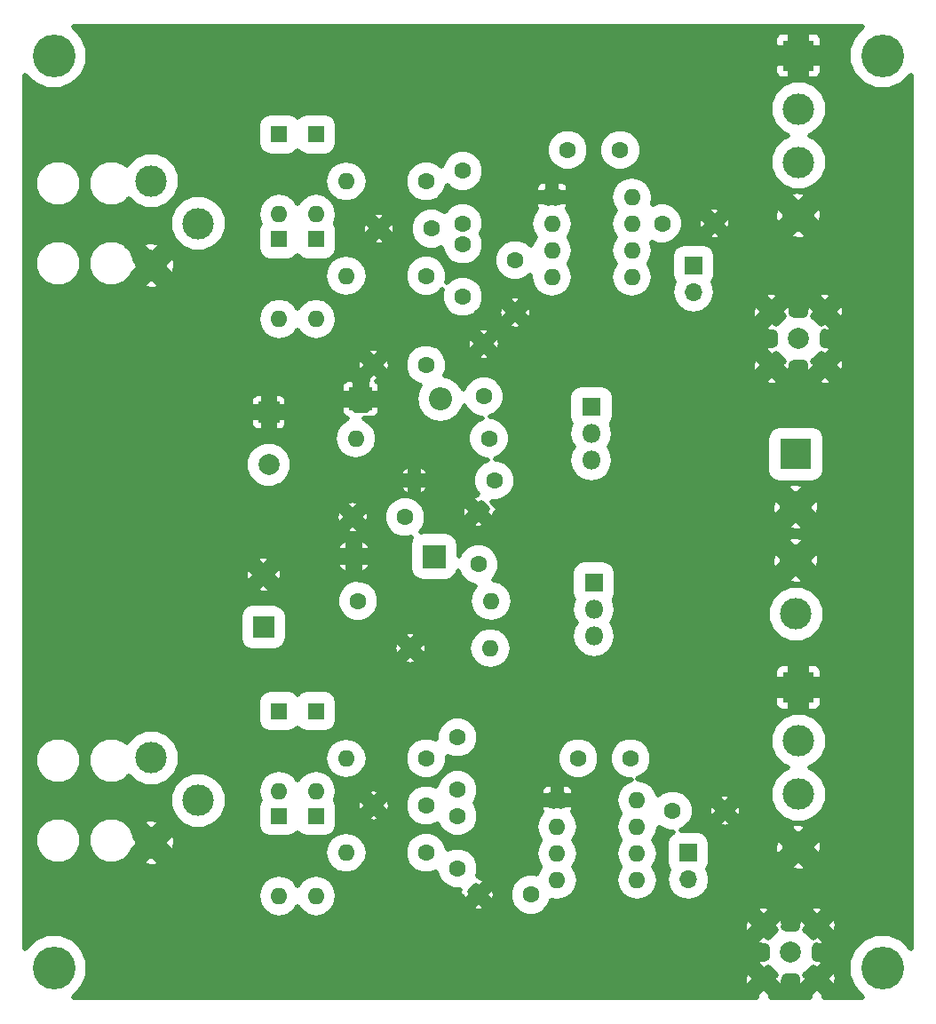
<source format=gbr>
G04 #@! TF.FileFunction,Copper,L1,Top,Signal*
%FSLAX46Y46*%
G04 Gerber Fmt 4.6, Leading zero omitted, Abs format (unit mm)*
G04 Created by KiCad (PCBNEW 4.0.7) date 08/19/20 12:27:40*
%MOMM*%
%LPD*%
G01*
G04 APERTURE LIST*
%ADD10C,0.100000*%
%ADD11C,1.600000*%
%ADD12R,2.000000X2.000000*%
%ADD13C,2.000000*%
%ADD14R,1.600000X1.600000*%
%ADD15O,1.600000X1.600000*%
%ADD16R,2.200000X2.200000*%
%ADD17O,2.200000X2.200000*%
%ADD18C,3.000000*%
%ADD19R,3.000000X3.000000*%
%ADD20R,1.700000X1.700000*%
%ADD21O,1.700000X1.700000*%
%ADD22R,1.800000X1.800000*%
%ADD23O,1.800000X1.800000*%
%ADD24C,4.064000*%
%ADD25C,2.200000*%
%ADD26C,0.500000*%
G04 APERTURE END LIST*
D10*
D11*
X144000000Y-78000000D03*
X144000000Y-73000000D03*
X144000000Y-85000000D03*
X144000000Y-80000000D03*
X136000000Y-78500000D03*
X141000000Y-78500000D03*
X149000000Y-86500000D03*
X149000000Y-81500000D03*
X154000000Y-71000000D03*
X159000000Y-71000000D03*
X163000000Y-78000000D03*
X168000000Y-78000000D03*
X133500000Y-106000000D03*
X138500000Y-106000000D03*
D12*
X125500000Y-96000000D03*
D13*
X125500000Y-101000000D03*
D12*
X125000000Y-116500000D03*
D13*
X125000000Y-111500000D03*
D14*
X130000000Y-69500000D03*
D15*
X130000000Y-77120000D03*
D14*
X130000000Y-79500000D03*
D15*
X130000000Y-87120000D03*
D14*
X126500000Y-69500000D03*
D15*
X126500000Y-77120000D03*
D14*
X126500000Y-79500000D03*
D15*
X126500000Y-87120000D03*
D16*
X134250000Y-94750000D03*
D17*
X141870000Y-94750000D03*
D16*
X141250000Y-109750000D03*
D17*
X133630000Y-109750000D03*
D18*
X118760000Y-78000000D03*
X114310000Y-82050000D03*
X114310000Y-73950000D03*
X176000000Y-67080000D03*
X176000000Y-72160000D03*
D19*
X176000000Y-62000000D03*
D18*
X176000000Y-77240000D03*
X175750000Y-105080000D03*
X175750000Y-110160000D03*
D19*
X175750000Y-100000000D03*
D18*
X175750000Y-115240000D03*
D20*
X166000000Y-82000000D03*
D21*
X166000000Y-84540000D03*
D22*
X156500000Y-112250000D03*
D23*
X156500000Y-114790000D03*
X156500000Y-117330000D03*
D11*
X140500000Y-74000000D03*
D15*
X132880000Y-74000000D03*
D11*
X140500000Y-83000000D03*
D15*
X132880000Y-83000000D03*
D11*
X146500000Y-98500000D03*
D15*
X133800000Y-98500000D03*
D11*
X134000000Y-114000000D03*
D15*
X146700000Y-114000000D03*
D14*
X152500000Y-75500000D03*
D15*
X160120000Y-83120000D03*
X152500000Y-78040000D03*
X160120000Y-80580000D03*
X152500000Y-80580000D03*
X160120000Y-78040000D03*
X152500000Y-83120000D03*
X160120000Y-75500000D03*
D11*
X140500000Y-91500000D03*
X135500000Y-91500000D03*
X147000000Y-102500000D03*
D15*
X139380000Y-102500000D03*
D11*
X139000000Y-118500000D03*
D15*
X146620000Y-118500000D03*
D11*
X145500000Y-105500000D03*
X145500000Y-110500000D03*
X146000000Y-94500000D03*
X146000000Y-89500000D03*
D22*
X156250000Y-95500000D03*
D23*
X156250000Y-98040000D03*
X156250000Y-100580000D03*
D11*
X143500000Y-132000000D03*
X143500000Y-127000000D03*
X143500000Y-139500000D03*
X143500000Y-134500000D03*
X135500000Y-133500000D03*
X140500000Y-133500000D03*
X145500000Y-142000000D03*
X150500000Y-142000000D03*
X155000000Y-129000000D03*
X160000000Y-129000000D03*
X164000000Y-134000000D03*
X169000000Y-134000000D03*
D14*
X126500000Y-124500000D03*
D15*
X126500000Y-132120000D03*
D14*
X126500000Y-134500000D03*
D15*
X126500000Y-142120000D03*
D14*
X130000000Y-124500000D03*
D15*
X130000000Y-132120000D03*
D14*
X130000000Y-134500000D03*
D15*
X130000000Y-142120000D03*
D18*
X118760000Y-133000000D03*
X114310000Y-137050000D03*
X114310000Y-128950000D03*
X176000000Y-127330000D03*
X176000000Y-132410000D03*
D19*
X176000000Y-122250000D03*
D18*
X176000000Y-137490000D03*
D20*
X165500000Y-138000000D03*
D21*
X165500000Y-140540000D03*
D11*
X140500000Y-129000000D03*
D15*
X132880000Y-129000000D03*
D11*
X140500000Y-138000000D03*
D15*
X132880000Y-138000000D03*
D14*
X153000000Y-133000000D03*
D15*
X160620000Y-140620000D03*
X153000000Y-135540000D03*
X160620000Y-138080000D03*
X153000000Y-138080000D03*
X160620000Y-135540000D03*
X153000000Y-140620000D03*
X160620000Y-133000000D03*
D24*
X105000000Y-62000000D03*
X184000000Y-62000000D03*
X105000000Y-149000000D03*
X184000000Y-149000000D03*
D25*
X173460000Y-91540000D03*
X173460000Y-86460000D03*
X178540000Y-86460000D03*
X178540000Y-91540000D03*
D13*
X176000000Y-89000000D03*
D25*
X172710000Y-150040000D03*
X172710000Y-144960000D03*
X177790000Y-144960000D03*
X177790000Y-150040000D03*
D13*
X175250000Y-147500000D03*
D26*
G36*
X181219278Y-60138469D02*
X180718571Y-61344306D01*
X180717432Y-62649966D01*
X181216034Y-63856675D01*
X182138469Y-64780722D01*
X183344306Y-65281429D01*
X184649966Y-65282568D01*
X185856675Y-64783966D01*
X186750000Y-63892199D01*
X186750000Y-147109300D01*
X185861531Y-146219278D01*
X184655694Y-145718571D01*
X183350034Y-145717432D01*
X182143325Y-146216034D01*
X181219278Y-147138469D01*
X180718571Y-148344306D01*
X180717432Y-149649966D01*
X181216034Y-150856675D01*
X182107801Y-151750000D01*
X178451027Y-151750000D01*
X178542183Y-151570001D01*
X177790000Y-150817817D01*
X177037817Y-151570001D01*
X177128973Y-151750000D01*
X173371027Y-151750000D01*
X173462183Y-151570001D01*
X172710000Y-150817817D01*
X171957817Y-151570001D01*
X172048973Y-151750000D01*
X106890700Y-151750000D01*
X107780722Y-150861531D01*
X108075505Y-150151613D01*
X170818892Y-150151613D01*
X170920131Y-150660579D01*
X171179999Y-150792183D01*
X171932183Y-150040000D01*
X171179999Y-149287817D01*
X170920131Y-149419421D01*
X170818892Y-150151613D01*
X108075505Y-150151613D01*
X108281429Y-149655694D01*
X108282568Y-148350034D01*
X107783966Y-147143325D01*
X107131782Y-146490001D01*
X171957817Y-146490001D01*
X172089421Y-146749869D01*
X172821613Y-146851108D01*
X172831393Y-146849163D01*
X173009875Y-147027645D01*
X173000392Y-147050484D01*
X172999610Y-147945589D01*
X173010437Y-147971793D01*
X172804798Y-148177432D01*
X172598387Y-148148892D01*
X172089421Y-148250131D01*
X171957817Y-148509999D01*
X172710000Y-149262183D01*
X173098909Y-148873274D01*
X173876726Y-149651091D01*
X173487817Y-150040000D01*
X174240001Y-150792183D01*
X174499869Y-150660579D01*
X174601108Y-149928387D01*
X174599163Y-149918607D01*
X174777645Y-149740125D01*
X174800484Y-149749608D01*
X175695589Y-149750390D01*
X175721793Y-149739563D01*
X175927432Y-149945202D01*
X175898892Y-150151613D01*
X176000131Y-150660579D01*
X176259999Y-150792183D01*
X177012183Y-150040000D01*
X178567817Y-150040000D01*
X179320001Y-150792183D01*
X179579869Y-150660579D01*
X179681108Y-149928387D01*
X179579869Y-149419421D01*
X179320001Y-149287817D01*
X178567817Y-150040000D01*
X177012183Y-150040000D01*
X176623274Y-149651091D01*
X177401091Y-148873274D01*
X177790000Y-149262183D01*
X178542183Y-148509999D01*
X178410579Y-148250131D01*
X177678387Y-148148892D01*
X177668607Y-148150837D01*
X177490125Y-147972355D01*
X177499608Y-147949516D01*
X177500390Y-147054411D01*
X177489563Y-147028207D01*
X177695202Y-146822568D01*
X177901613Y-146851108D01*
X178410579Y-146749869D01*
X178542183Y-146490001D01*
X177790000Y-145737817D01*
X177401091Y-146126726D01*
X176623274Y-145348909D01*
X177012183Y-144960000D01*
X178567817Y-144960000D01*
X179320001Y-145712183D01*
X179579869Y-145580579D01*
X179681108Y-144848387D01*
X179579869Y-144339421D01*
X179320001Y-144207817D01*
X178567817Y-144960000D01*
X177012183Y-144960000D01*
X176259999Y-144207817D01*
X176000131Y-144339421D01*
X175898892Y-145071613D01*
X175900837Y-145081393D01*
X175722355Y-145259875D01*
X175699516Y-145250392D01*
X174804411Y-145249610D01*
X174778207Y-145260437D01*
X174572568Y-145054798D01*
X174601108Y-144848387D01*
X174499869Y-144339421D01*
X174240001Y-144207817D01*
X173487817Y-144960000D01*
X173876726Y-145348909D01*
X173098909Y-146126726D01*
X172710000Y-145737817D01*
X171957817Y-146490001D01*
X107131782Y-146490001D01*
X106861531Y-146219278D01*
X105655694Y-145718571D01*
X104350034Y-145717432D01*
X103143325Y-146216034D01*
X102250000Y-147107801D01*
X102250000Y-145071613D01*
X170818892Y-145071613D01*
X170920131Y-145580579D01*
X171179999Y-145712183D01*
X171932183Y-144960000D01*
X171179999Y-144207817D01*
X170920131Y-144339421D01*
X170818892Y-145071613D01*
X102250000Y-145071613D01*
X102250000Y-142079838D01*
X124450000Y-142079838D01*
X124450000Y-142160162D01*
X124606047Y-142944663D01*
X125050431Y-143609731D01*
X125715499Y-144054115D01*
X126500000Y-144210162D01*
X127284501Y-144054115D01*
X127949569Y-143609731D01*
X128250000Y-143160104D01*
X128550431Y-143609731D01*
X129215499Y-144054115D01*
X130000000Y-144210162D01*
X130784501Y-144054115D01*
X131449569Y-143609731D01*
X131702759Y-143230805D01*
X144834881Y-143230805D01*
X144919983Y-143478846D01*
X145530064Y-143588239D01*
X146080017Y-143478846D01*
X146165119Y-143230805D01*
X145500000Y-142565685D01*
X144834881Y-143230805D01*
X131702759Y-143230805D01*
X131893953Y-142944663D01*
X132050000Y-142160162D01*
X132050000Y-142079838D01*
X131893953Y-141295337D01*
X131449569Y-140630269D01*
X130784501Y-140185885D01*
X130000000Y-140029838D01*
X129215499Y-140185885D01*
X128550431Y-140630269D01*
X128250000Y-141079896D01*
X127949569Y-140630269D01*
X127284501Y-140185885D01*
X126500000Y-140029838D01*
X125715499Y-140185885D01*
X125050431Y-140630269D01*
X124606047Y-141295337D01*
X124450000Y-142079838D01*
X102250000Y-142079838D01*
X102250000Y-137255589D01*
X103169610Y-137255589D01*
X103511431Y-138082858D01*
X104143813Y-138716345D01*
X104970484Y-139059608D01*
X105865589Y-139060390D01*
X106692858Y-138718569D01*
X107326345Y-138086187D01*
X107669608Y-137259516D01*
X107669611Y-137255589D01*
X108249610Y-137255589D01*
X108591431Y-138082858D01*
X109223813Y-138716345D01*
X110050484Y-139059608D01*
X110945589Y-139060390D01*
X111147502Y-138976961D01*
X113443699Y-138976961D01*
X113637361Y-139251784D01*
X114531149Y-139341592D01*
X114982639Y-139251784D01*
X115176301Y-138976961D01*
X114310000Y-138110660D01*
X113443699Y-138976961D01*
X111147502Y-138976961D01*
X111772858Y-138718569D01*
X112406345Y-138086187D01*
X112442132Y-138000000D01*
X130789838Y-138000000D01*
X130945885Y-138784501D01*
X131390269Y-139449569D01*
X132055337Y-139893953D01*
X132839838Y-140050000D01*
X132920162Y-140050000D01*
X133704663Y-139893953D01*
X134369731Y-139449569D01*
X134814115Y-138784501D01*
X134889407Y-138405981D01*
X138449645Y-138405981D01*
X138761081Y-139159715D01*
X139337252Y-139736892D01*
X140090441Y-140049643D01*
X140905981Y-140050355D01*
X141449715Y-139825689D01*
X141449645Y-139905981D01*
X141761081Y-140659715D01*
X142337252Y-141236892D01*
X143090441Y-141549643D01*
X143710232Y-141550184D01*
X143496323Y-141764093D01*
X143948874Y-142216643D01*
X144021154Y-142580017D01*
X144269195Y-142665119D01*
X144934315Y-142000000D01*
X146065685Y-142000000D01*
X146730805Y-142665119D01*
X146978846Y-142580017D01*
X147010052Y-142405981D01*
X148449645Y-142405981D01*
X148761081Y-143159715D01*
X149337252Y-143736892D01*
X150090441Y-144049643D01*
X150905981Y-144050355D01*
X151659715Y-143738919D01*
X151969174Y-143429999D01*
X171957817Y-143429999D01*
X172710000Y-144182183D01*
X173462183Y-143429999D01*
X177037817Y-143429999D01*
X177790000Y-144182183D01*
X178542183Y-143429999D01*
X178410579Y-143170131D01*
X177678387Y-143068892D01*
X177169421Y-143170131D01*
X177037817Y-143429999D01*
X173462183Y-143429999D01*
X173330579Y-143170131D01*
X172598387Y-143068892D01*
X172089421Y-143170131D01*
X171957817Y-143429999D01*
X151969174Y-143429999D01*
X152236892Y-143162748D01*
X152481045Y-142574762D01*
X152959838Y-142670000D01*
X153040162Y-142670000D01*
X153824663Y-142513953D01*
X154489731Y-142069569D01*
X154934115Y-141404501D01*
X155090162Y-140620000D01*
X154934115Y-139835499D01*
X154609715Y-139350000D01*
X154934115Y-138864501D01*
X155090162Y-138080000D01*
X154934115Y-137295499D01*
X154609715Y-136810000D01*
X154934115Y-136324501D01*
X155090162Y-135540000D01*
X154934115Y-134755499D01*
X154496165Y-134100060D01*
X154558000Y-133950775D01*
X154558000Y-133589500D01*
X154368500Y-133400000D01*
X153400000Y-133400000D01*
X153400000Y-133561576D01*
X153040162Y-133490000D01*
X152959838Y-133490000D01*
X152600000Y-133561576D01*
X152600000Y-133400000D01*
X151631500Y-133400000D01*
X151442000Y-133589500D01*
X151442000Y-133950775D01*
X151503835Y-134100060D01*
X151065885Y-134755499D01*
X150909838Y-135540000D01*
X151065885Y-136324501D01*
X151390285Y-136810000D01*
X151065885Y-137295499D01*
X150909838Y-138080000D01*
X151065885Y-138864501D01*
X151390285Y-139350000D01*
X151065885Y-139835499D01*
X151032855Y-140001554D01*
X150909559Y-139950357D01*
X150094019Y-139949645D01*
X149340285Y-140261081D01*
X148763108Y-140837252D01*
X148450357Y-141590441D01*
X148449645Y-142405981D01*
X147010052Y-142405981D01*
X147088239Y-141969936D01*
X146978846Y-141419983D01*
X146730805Y-141334881D01*
X146065685Y-142000000D01*
X144934315Y-142000000D01*
X144651472Y-141717157D01*
X145217157Y-141151472D01*
X145500000Y-141434315D01*
X146165119Y-140769195D01*
X146080017Y-140521154D01*
X145725323Y-140457554D01*
X145440404Y-140172635D01*
X145549643Y-139909559D01*
X145550355Y-139094019D01*
X145238919Y-138340285D01*
X144662748Y-137763108D01*
X143909559Y-137450357D01*
X143094019Y-137449645D01*
X142550285Y-137674311D01*
X142550355Y-137594019D01*
X142238919Y-136840285D01*
X141662748Y-136263108D01*
X140909559Y-135950357D01*
X140094019Y-135949645D01*
X139340285Y-136261081D01*
X138763108Y-136837252D01*
X138450357Y-137590441D01*
X138449645Y-138405981D01*
X134889407Y-138405981D01*
X134970162Y-138000000D01*
X134814115Y-137215499D01*
X134369731Y-136550431D01*
X133704663Y-136106047D01*
X132920162Y-135950000D01*
X132839838Y-135950000D01*
X132055337Y-136106047D01*
X131390269Y-136550431D01*
X130945885Y-137215499D01*
X130789838Y-138000000D01*
X112442132Y-138000000D01*
X112543529Y-137755811D01*
X113249340Y-137050000D01*
X115370660Y-137050000D01*
X116236961Y-137916301D01*
X116511784Y-137722639D01*
X116601592Y-136828851D01*
X116511784Y-136377361D01*
X116236961Y-136183699D01*
X115370660Y-137050000D01*
X113249340Y-137050000D01*
X112750227Y-136550887D01*
X112750390Y-136364411D01*
X112408569Y-135537142D01*
X111995189Y-135123039D01*
X113443699Y-135123039D01*
X114310000Y-135989340D01*
X115176301Y-135123039D01*
X114982639Y-134848216D01*
X114088851Y-134758408D01*
X113637361Y-134848216D01*
X113443699Y-135123039D01*
X111995189Y-135123039D01*
X111776187Y-134903655D01*
X110949516Y-134560392D01*
X110054411Y-134559610D01*
X109227142Y-134901431D01*
X108593655Y-135533813D01*
X108250392Y-136360484D01*
X108249610Y-137255589D01*
X107669611Y-137255589D01*
X107670390Y-136364411D01*
X107328569Y-135537142D01*
X106696187Y-134903655D01*
X105869516Y-134560392D01*
X104974411Y-134559610D01*
X104147142Y-134901431D01*
X103513655Y-135533813D01*
X103170392Y-136360484D01*
X103169610Y-137255589D01*
X102250000Y-137255589D01*
X102250000Y-133544609D01*
X116009523Y-133544609D01*
X116427304Y-134555715D01*
X117200216Y-135329977D01*
X118210591Y-135749522D01*
X119304609Y-135750477D01*
X120315715Y-135332696D01*
X121089977Y-134559784D01*
X121446991Y-133700000D01*
X124425512Y-133700000D01*
X124425512Y-135300000D01*
X124512673Y-135763222D01*
X124786437Y-136188663D01*
X125204153Y-136474076D01*
X125700000Y-136574488D01*
X127300000Y-136574488D01*
X127763222Y-136487327D01*
X128188663Y-136213563D01*
X128247268Y-136127792D01*
X128286437Y-136188663D01*
X128704153Y-136474076D01*
X129200000Y-136574488D01*
X130800000Y-136574488D01*
X131263222Y-136487327D01*
X131688663Y-136213563D01*
X131974076Y-135795847D01*
X132074488Y-135300000D01*
X132074488Y-134730805D01*
X134834881Y-134730805D01*
X134919983Y-134978846D01*
X135530064Y-135088239D01*
X136080017Y-134978846D01*
X136165119Y-134730805D01*
X135500000Y-134065685D01*
X134834881Y-134730805D01*
X132074488Y-134730805D01*
X132074488Y-133700000D01*
X132042513Y-133530064D01*
X133911761Y-133530064D01*
X134021154Y-134080017D01*
X134269195Y-134165119D01*
X134934315Y-133500000D01*
X136065685Y-133500000D01*
X136730805Y-134165119D01*
X136978846Y-134080017D01*
X137010052Y-133905981D01*
X138449645Y-133905981D01*
X138761081Y-134659715D01*
X139337252Y-135236892D01*
X140090441Y-135549643D01*
X140905981Y-135550355D01*
X141597785Y-135264508D01*
X141761081Y-135659715D01*
X142337252Y-136236892D01*
X143090441Y-136549643D01*
X143905981Y-136550355D01*
X144659715Y-136238919D01*
X145236892Y-135662748D01*
X145549643Y-134909559D01*
X145550355Y-134094019D01*
X145238919Y-133340285D01*
X145149139Y-133250348D01*
X145236892Y-133162748D01*
X145549643Y-132409559D01*
X145549957Y-132049225D01*
X151442000Y-132049225D01*
X151442000Y-132410500D01*
X151631500Y-132600000D01*
X152600000Y-132600000D01*
X152600000Y-131631500D01*
X153400000Y-131631500D01*
X153400000Y-132600000D01*
X154368500Y-132600000D01*
X154558000Y-132410500D01*
X154558000Y-132049225D01*
X154442602Y-131770628D01*
X154229373Y-131557399D01*
X153950776Y-131442000D01*
X153589500Y-131442000D01*
X153400000Y-131631500D01*
X152600000Y-131631500D01*
X152410500Y-131442000D01*
X152049224Y-131442000D01*
X151770627Y-131557399D01*
X151557398Y-131770628D01*
X151442000Y-132049225D01*
X145549957Y-132049225D01*
X145550355Y-131594019D01*
X145238919Y-130840285D01*
X144662748Y-130263108D01*
X143909559Y-129950357D01*
X143094019Y-129949645D01*
X142340285Y-130261081D01*
X141763108Y-130837252D01*
X141450357Y-131590441D01*
X141450283Y-131674885D01*
X140909559Y-131450357D01*
X140094019Y-131449645D01*
X139340285Y-131761081D01*
X138763108Y-132337252D01*
X138450357Y-133090441D01*
X138449645Y-133905981D01*
X137010052Y-133905981D01*
X137088239Y-133469936D01*
X136978846Y-132919983D01*
X136730805Y-132834881D01*
X136065685Y-133500000D01*
X134934315Y-133500000D01*
X134269195Y-132834881D01*
X134021154Y-132919983D01*
X133911761Y-133530064D01*
X132042513Y-133530064D01*
X131987327Y-133236778D01*
X131845764Y-133016783D01*
X131893953Y-132944663D01*
X132028311Y-132269195D01*
X134834881Y-132269195D01*
X135500000Y-132934315D01*
X136165119Y-132269195D01*
X136080017Y-132021154D01*
X135469936Y-131911761D01*
X134919983Y-132021154D01*
X134834881Y-132269195D01*
X132028311Y-132269195D01*
X132050000Y-132160162D01*
X132050000Y-132079838D01*
X131893953Y-131295337D01*
X131449569Y-130630269D01*
X130784501Y-130185885D01*
X130000000Y-130029838D01*
X129215499Y-130185885D01*
X128550431Y-130630269D01*
X128250000Y-131079896D01*
X127949569Y-130630269D01*
X127284501Y-130185885D01*
X126500000Y-130029838D01*
X125715499Y-130185885D01*
X125050431Y-130630269D01*
X124606047Y-131295337D01*
X124450000Y-132079838D01*
X124450000Y-132160162D01*
X124606047Y-132944663D01*
X124654094Y-133016570D01*
X124525924Y-133204153D01*
X124425512Y-133700000D01*
X121446991Y-133700000D01*
X121509522Y-133549409D01*
X121510477Y-132455391D01*
X121092696Y-131444285D01*
X120319784Y-130670023D01*
X119309409Y-130250478D01*
X118215391Y-130249523D01*
X117204285Y-130667304D01*
X116430023Y-131440216D01*
X116010478Y-132450591D01*
X116009523Y-133544609D01*
X102250000Y-133544609D01*
X102250000Y-129635589D01*
X103169610Y-129635589D01*
X103511431Y-130462858D01*
X104143813Y-131096345D01*
X104970484Y-131439608D01*
X105865589Y-131440390D01*
X106692858Y-131098569D01*
X107326345Y-130466187D01*
X107669608Y-129639516D01*
X107669611Y-129635589D01*
X108249610Y-129635589D01*
X108591431Y-130462858D01*
X109223813Y-131096345D01*
X110050484Y-131439608D01*
X110945589Y-131440390D01*
X111772858Y-131098569D01*
X112171686Y-130700437D01*
X112750216Y-131279977D01*
X113760591Y-131699522D01*
X114854609Y-131700477D01*
X115865715Y-131282696D01*
X116639977Y-130509784D01*
X117059522Y-129499409D01*
X117059957Y-129000000D01*
X130789838Y-129000000D01*
X130945885Y-129784501D01*
X131390269Y-130449569D01*
X132055337Y-130893953D01*
X132839838Y-131050000D01*
X132920162Y-131050000D01*
X133704663Y-130893953D01*
X134369731Y-130449569D01*
X134814115Y-129784501D01*
X134889407Y-129405981D01*
X138449645Y-129405981D01*
X138761081Y-130159715D01*
X139337252Y-130736892D01*
X140090441Y-131049643D01*
X140905981Y-131050355D01*
X141659715Y-130738919D01*
X142236892Y-130162748D01*
X142549643Y-129409559D01*
X142549646Y-129405981D01*
X152949645Y-129405981D01*
X153261081Y-130159715D01*
X153837252Y-130736892D01*
X154590441Y-131049643D01*
X155405981Y-131050355D01*
X156159715Y-130738919D01*
X156736892Y-130162748D01*
X157049643Y-129409559D01*
X157049646Y-129405981D01*
X157949645Y-129405981D01*
X158261081Y-130159715D01*
X158837252Y-130736892D01*
X159590441Y-131049643D01*
X160076764Y-131050068D01*
X159795337Y-131106047D01*
X159130269Y-131550431D01*
X158685885Y-132215499D01*
X158529838Y-133000000D01*
X158685885Y-133784501D01*
X159010285Y-134270000D01*
X158685885Y-134755499D01*
X158529838Y-135540000D01*
X158685885Y-136324501D01*
X159010285Y-136810000D01*
X158685885Y-137295499D01*
X158529838Y-138080000D01*
X158685885Y-138864501D01*
X159010285Y-139350000D01*
X158685885Y-139835499D01*
X158529838Y-140620000D01*
X158685885Y-141404501D01*
X159130269Y-142069569D01*
X159795337Y-142513953D01*
X160579838Y-142670000D01*
X160660162Y-142670000D01*
X161444663Y-142513953D01*
X162109731Y-142069569D01*
X162554115Y-141404501D01*
X162710162Y-140620000D01*
X162554115Y-139835499D01*
X162229715Y-139350000D01*
X162554115Y-138864501D01*
X162710162Y-138080000D01*
X162554115Y-137295499D01*
X162229715Y-136810000D01*
X162554115Y-136324501D01*
X162698621Y-135598019D01*
X162837252Y-135736892D01*
X163590441Y-136049643D01*
X164050998Y-136050045D01*
X163761337Y-136236437D01*
X163475924Y-136654153D01*
X163375512Y-137150000D01*
X163375512Y-138850000D01*
X163462673Y-139313222D01*
X163628871Y-139571501D01*
X163518712Y-139736365D01*
X163358859Y-140540000D01*
X163518712Y-141343635D01*
X163973935Y-142024924D01*
X164655224Y-142480147D01*
X165458859Y-142640000D01*
X165541141Y-142640000D01*
X166344776Y-142480147D01*
X167026065Y-142024924D01*
X167481288Y-141343635D01*
X167641141Y-140540000D01*
X167481288Y-139736365D01*
X167370518Y-139570586D01*
X167475485Y-139416961D01*
X175133699Y-139416961D01*
X175327361Y-139691784D01*
X176221149Y-139781592D01*
X176672639Y-139691784D01*
X176866301Y-139416961D01*
X176000000Y-138550660D01*
X175133699Y-139416961D01*
X167475485Y-139416961D01*
X167524076Y-139345847D01*
X167624488Y-138850000D01*
X167624488Y-137711149D01*
X173708408Y-137711149D01*
X173798216Y-138162639D01*
X174073039Y-138356301D01*
X174939340Y-137490000D01*
X177060660Y-137490000D01*
X177926961Y-138356301D01*
X178201784Y-138162639D01*
X178291592Y-137268851D01*
X178201784Y-136817361D01*
X177926961Y-136623699D01*
X177060660Y-137490000D01*
X174939340Y-137490000D01*
X174073039Y-136623699D01*
X173798216Y-136817361D01*
X173708408Y-137711149D01*
X167624488Y-137711149D01*
X167624488Y-137150000D01*
X167537327Y-136686778D01*
X167263563Y-136261337D01*
X166845847Y-135975924D01*
X166350000Y-135875512D01*
X164829134Y-135875512D01*
X165159715Y-135738919D01*
X165668716Y-135230805D01*
X168334881Y-135230805D01*
X168419983Y-135478846D01*
X169030064Y-135588239D01*
X169156752Y-135563039D01*
X175133699Y-135563039D01*
X176000000Y-136429340D01*
X176866301Y-135563039D01*
X176672639Y-135288216D01*
X175778851Y-135198408D01*
X175327361Y-135288216D01*
X175133699Y-135563039D01*
X169156752Y-135563039D01*
X169580017Y-135478846D01*
X169665119Y-135230805D01*
X169000000Y-134565685D01*
X168334881Y-135230805D01*
X165668716Y-135230805D01*
X165736892Y-135162748D01*
X166049643Y-134409559D01*
X166049974Y-134030064D01*
X167411761Y-134030064D01*
X167521154Y-134580017D01*
X167769195Y-134665119D01*
X168434315Y-134000000D01*
X169565685Y-134000000D01*
X170230805Y-134665119D01*
X170478846Y-134580017D01*
X170588239Y-133969936D01*
X170478846Y-133419983D01*
X170230805Y-133334881D01*
X169565685Y-134000000D01*
X168434315Y-134000000D01*
X167769195Y-133334881D01*
X167521154Y-133419983D01*
X167411761Y-134030064D01*
X166049974Y-134030064D01*
X166050355Y-133594019D01*
X165738919Y-132840285D01*
X165667953Y-132769195D01*
X168334881Y-132769195D01*
X169000000Y-133434315D01*
X169665119Y-132769195D01*
X169580017Y-132521154D01*
X168969936Y-132411761D01*
X168419983Y-132521154D01*
X168334881Y-132769195D01*
X165667953Y-132769195D01*
X165162748Y-132263108D01*
X164409559Y-131950357D01*
X163594019Y-131949645D01*
X162840285Y-132261081D01*
X162609089Y-132491874D01*
X162554115Y-132215499D01*
X162109731Y-131550431D01*
X161444663Y-131106047D01*
X160660162Y-130950000D01*
X160648859Y-130950000D01*
X161159715Y-130738919D01*
X161736892Y-130162748D01*
X162049643Y-129409559D01*
X162050355Y-128594019D01*
X161753102Y-127874609D01*
X173249523Y-127874609D01*
X173667304Y-128885715D01*
X174440216Y-129659977D01*
X174946003Y-129869998D01*
X174444285Y-130077304D01*
X173670023Y-130850216D01*
X173250478Y-131860591D01*
X173249523Y-132954609D01*
X173667304Y-133965715D01*
X174440216Y-134739977D01*
X175450591Y-135159522D01*
X176544609Y-135160477D01*
X177555715Y-134742696D01*
X178329977Y-133969784D01*
X178749522Y-132959409D01*
X178750477Y-131865391D01*
X178332696Y-130854285D01*
X177559784Y-130080023D01*
X177053997Y-129870002D01*
X177555715Y-129662696D01*
X178329977Y-128889784D01*
X178749522Y-127879409D01*
X178750477Y-126785391D01*
X178332696Y-125774285D01*
X177559784Y-125000023D01*
X176549409Y-124580478D01*
X175455391Y-124579523D01*
X174444285Y-124997304D01*
X173670023Y-125770216D01*
X173250478Y-126780591D01*
X173249523Y-127874609D01*
X161753102Y-127874609D01*
X161738919Y-127840285D01*
X161162748Y-127263108D01*
X160409559Y-126950357D01*
X159594019Y-126949645D01*
X158840285Y-127261081D01*
X158263108Y-127837252D01*
X157950357Y-128590441D01*
X157949645Y-129405981D01*
X157049646Y-129405981D01*
X157050355Y-128594019D01*
X156738919Y-127840285D01*
X156162748Y-127263108D01*
X155409559Y-126950357D01*
X154594019Y-126949645D01*
X153840285Y-127261081D01*
X153263108Y-127837252D01*
X152950357Y-128590441D01*
X152949645Y-129405981D01*
X142549646Y-129405981D01*
X142550153Y-128825296D01*
X143090441Y-129049643D01*
X143905981Y-129050355D01*
X144659715Y-128738919D01*
X145236892Y-128162748D01*
X145549643Y-127409559D01*
X145550355Y-126594019D01*
X145238919Y-125840285D01*
X144662748Y-125263108D01*
X143909559Y-124950357D01*
X143094019Y-124949645D01*
X142340285Y-125261081D01*
X141763108Y-125837252D01*
X141450357Y-126590441D01*
X141449847Y-127174704D01*
X140909559Y-126950357D01*
X140094019Y-126949645D01*
X139340285Y-127261081D01*
X138763108Y-127837252D01*
X138450357Y-128590441D01*
X138449645Y-129405981D01*
X134889407Y-129405981D01*
X134970162Y-129000000D01*
X134814115Y-128215499D01*
X134369731Y-127550431D01*
X133704663Y-127106047D01*
X132920162Y-126950000D01*
X132839838Y-126950000D01*
X132055337Y-127106047D01*
X131390269Y-127550431D01*
X130945885Y-128215499D01*
X130789838Y-129000000D01*
X117059957Y-129000000D01*
X117060477Y-128405391D01*
X116642696Y-127394285D01*
X115869784Y-126620023D01*
X114859409Y-126200478D01*
X113765391Y-126199523D01*
X112754285Y-126617304D01*
X111980023Y-127390216D01*
X111951392Y-127459166D01*
X111776187Y-127283655D01*
X110949516Y-126940392D01*
X110054411Y-126939610D01*
X109227142Y-127281431D01*
X108593655Y-127913813D01*
X108250392Y-128740484D01*
X108249610Y-129635589D01*
X107669611Y-129635589D01*
X107670390Y-128744411D01*
X107328569Y-127917142D01*
X106696187Y-127283655D01*
X105869516Y-126940392D01*
X104974411Y-126939610D01*
X104147142Y-127281431D01*
X103513655Y-127913813D01*
X103170392Y-128740484D01*
X103169610Y-129635589D01*
X102250000Y-129635589D01*
X102250000Y-123700000D01*
X124425512Y-123700000D01*
X124425512Y-125300000D01*
X124512673Y-125763222D01*
X124786437Y-126188663D01*
X125204153Y-126474076D01*
X125700000Y-126574488D01*
X127300000Y-126574488D01*
X127763222Y-126487327D01*
X128188663Y-126213563D01*
X128247268Y-126127792D01*
X128286437Y-126188663D01*
X128704153Y-126474076D01*
X129200000Y-126574488D01*
X130800000Y-126574488D01*
X131263222Y-126487327D01*
X131688663Y-126213563D01*
X131974076Y-125795847D01*
X132074488Y-125300000D01*
X132074488Y-123700000D01*
X131987327Y-123236778D01*
X131956905Y-123189500D01*
X173742000Y-123189500D01*
X173742000Y-123900776D01*
X173857399Y-124179373D01*
X174070628Y-124392602D01*
X174349225Y-124508000D01*
X175060500Y-124508000D01*
X175250000Y-124318500D01*
X175250000Y-123000000D01*
X176750000Y-123000000D01*
X176750000Y-124318500D01*
X176939500Y-124508000D01*
X177650775Y-124508000D01*
X177929372Y-124392602D01*
X178142601Y-124179373D01*
X178258000Y-123900776D01*
X178258000Y-123189500D01*
X178068500Y-123000000D01*
X176750000Y-123000000D01*
X175250000Y-123000000D01*
X173931500Y-123000000D01*
X173742000Y-123189500D01*
X131956905Y-123189500D01*
X131713563Y-122811337D01*
X131295847Y-122525924D01*
X130800000Y-122425512D01*
X129200000Y-122425512D01*
X128736778Y-122512673D01*
X128311337Y-122786437D01*
X128252732Y-122872208D01*
X128213563Y-122811337D01*
X127795847Y-122525924D01*
X127300000Y-122425512D01*
X125700000Y-122425512D01*
X125236778Y-122512673D01*
X124811337Y-122786437D01*
X124525924Y-123204153D01*
X124425512Y-123700000D01*
X102250000Y-123700000D01*
X102250000Y-120599224D01*
X173742000Y-120599224D01*
X173742000Y-121310500D01*
X173931500Y-121500000D01*
X175250000Y-121500000D01*
X175250000Y-120181500D01*
X176750000Y-120181500D01*
X176750000Y-121500000D01*
X178068500Y-121500000D01*
X178258000Y-121310500D01*
X178258000Y-120599224D01*
X178142601Y-120320627D01*
X177929372Y-120107398D01*
X177650775Y-119992000D01*
X176939500Y-119992000D01*
X176750000Y-120181500D01*
X175250000Y-120181500D01*
X175060500Y-119992000D01*
X174349225Y-119992000D01*
X174070628Y-120107398D01*
X173857399Y-120320627D01*
X173742000Y-120599224D01*
X102250000Y-120599224D01*
X102250000Y-119730805D01*
X138334881Y-119730805D01*
X138419983Y-119978846D01*
X139030064Y-120088239D01*
X139580017Y-119978846D01*
X139665119Y-119730805D01*
X139000000Y-119065685D01*
X138334881Y-119730805D01*
X102250000Y-119730805D01*
X102250000Y-115500000D01*
X122725512Y-115500000D01*
X122725512Y-117500000D01*
X122812673Y-117963222D01*
X123086437Y-118388663D01*
X123504153Y-118674076D01*
X124000000Y-118774488D01*
X126000000Y-118774488D01*
X126463222Y-118687327D01*
X126707615Y-118530064D01*
X137411761Y-118530064D01*
X137521154Y-119080017D01*
X137769195Y-119165119D01*
X138434315Y-118500000D01*
X139565685Y-118500000D01*
X140230805Y-119165119D01*
X140478846Y-119080017D01*
X140582848Y-118500000D01*
X144529838Y-118500000D01*
X144685885Y-119284501D01*
X145130269Y-119949569D01*
X145795337Y-120393953D01*
X146579838Y-120550000D01*
X146660162Y-120550000D01*
X147444663Y-120393953D01*
X148109731Y-119949569D01*
X148554115Y-119284501D01*
X148710162Y-118500000D01*
X148554115Y-117715499D01*
X148109731Y-117050431D01*
X147444663Y-116606047D01*
X146660162Y-116450000D01*
X146579838Y-116450000D01*
X145795337Y-116606047D01*
X145130269Y-117050431D01*
X144685885Y-117715499D01*
X144529838Y-118500000D01*
X140582848Y-118500000D01*
X140588239Y-118469936D01*
X140478846Y-117919983D01*
X140230805Y-117834881D01*
X139565685Y-118500000D01*
X138434315Y-118500000D01*
X137769195Y-117834881D01*
X137521154Y-117919983D01*
X137411761Y-118530064D01*
X126707615Y-118530064D01*
X126888663Y-118413563D01*
X127174076Y-117995847D01*
X127274488Y-117500000D01*
X127274488Y-117269195D01*
X138334881Y-117269195D01*
X139000000Y-117934315D01*
X139665119Y-117269195D01*
X139580017Y-117021154D01*
X138969936Y-116911761D01*
X138419983Y-117021154D01*
X138334881Y-117269195D01*
X127274488Y-117269195D01*
X127274488Y-115500000D01*
X127187327Y-115036778D01*
X126913563Y-114611337D01*
X126613015Y-114405981D01*
X131949645Y-114405981D01*
X132261081Y-115159715D01*
X132837252Y-115736892D01*
X133590441Y-116049643D01*
X134405981Y-116050355D01*
X135159715Y-115738919D01*
X135736892Y-115162748D01*
X136049643Y-114409559D01*
X136050355Y-113594019D01*
X135738919Y-112840285D01*
X135162748Y-112263108D01*
X134409559Y-111950357D01*
X133594019Y-111949645D01*
X132840285Y-112261081D01*
X132263108Y-112837252D01*
X131950357Y-113590441D01*
X131949645Y-114405981D01*
X126613015Y-114405981D01*
X126495847Y-114325924D01*
X126000000Y-114225512D01*
X124000000Y-114225512D01*
X123536778Y-114312673D01*
X123111337Y-114586437D01*
X122825924Y-115004153D01*
X122725512Y-115500000D01*
X102250000Y-115500000D01*
X102250000Y-112930452D01*
X124276655Y-112930452D01*
X124392759Y-113186448D01*
X125084358Y-113290455D01*
X125607241Y-113186448D01*
X125723345Y-112930452D01*
X125000000Y-112207107D01*
X124276655Y-112930452D01*
X102250000Y-112930452D01*
X102250000Y-111584358D01*
X123209545Y-111584358D01*
X123313552Y-112107241D01*
X123569548Y-112223345D01*
X124292893Y-111500000D01*
X125707107Y-111500000D01*
X126430452Y-112223345D01*
X126686448Y-112107241D01*
X126790455Y-111415642D01*
X126686448Y-110892759D01*
X126430452Y-110776655D01*
X125707107Y-111500000D01*
X124292893Y-111500000D01*
X123569548Y-110776655D01*
X123313552Y-110892759D01*
X123209545Y-111584358D01*
X102250000Y-111584358D01*
X102250000Y-110069548D01*
X124276655Y-110069548D01*
X125000000Y-110792893D01*
X125222036Y-110570857D01*
X131963160Y-110570857D01*
X132233736Y-110975861D01*
X132809137Y-111416875D01*
X133080000Y-111335264D01*
X133080000Y-110300000D01*
X134180000Y-110300000D01*
X134180000Y-111335264D01*
X134450863Y-111416875D01*
X135026264Y-110975861D01*
X135296840Y-110570857D01*
X135205244Y-110300000D01*
X134180000Y-110300000D01*
X133080000Y-110300000D01*
X132054756Y-110300000D01*
X131963160Y-110570857D01*
X125222036Y-110570857D01*
X125723345Y-110069548D01*
X125607241Y-109813552D01*
X124915642Y-109709545D01*
X124392759Y-109813552D01*
X124276655Y-110069548D01*
X102250000Y-110069548D01*
X102250000Y-108929143D01*
X131963160Y-108929143D01*
X132054756Y-109200000D01*
X133080000Y-109200000D01*
X133080000Y-108164736D01*
X134180000Y-108164736D01*
X134180000Y-109200000D01*
X135205244Y-109200000D01*
X135296840Y-108929143D01*
X135026264Y-108524139D01*
X134450863Y-108083125D01*
X134180000Y-108164736D01*
X133080000Y-108164736D01*
X132809137Y-108083125D01*
X132233736Y-108524139D01*
X131963160Y-108929143D01*
X102250000Y-108929143D01*
X102250000Y-107230805D01*
X132834881Y-107230805D01*
X132919983Y-107478846D01*
X133530064Y-107588239D01*
X134080017Y-107478846D01*
X134165119Y-107230805D01*
X133500000Y-106565685D01*
X132834881Y-107230805D01*
X102250000Y-107230805D01*
X102250000Y-106030064D01*
X131911761Y-106030064D01*
X132021154Y-106580017D01*
X132269195Y-106665119D01*
X132934315Y-106000000D01*
X134065685Y-106000000D01*
X134730805Y-106665119D01*
X134978846Y-106580017D01*
X135010052Y-106405981D01*
X136449645Y-106405981D01*
X136761081Y-107159715D01*
X137337252Y-107736892D01*
X138090441Y-108049643D01*
X138905981Y-108050355D01*
X139102260Y-107969254D01*
X138975924Y-108154153D01*
X138875512Y-108650000D01*
X138875512Y-110850000D01*
X138962673Y-111313222D01*
X139236437Y-111738663D01*
X139654153Y-112024076D01*
X140150000Y-112124488D01*
X142350000Y-112124488D01*
X142813222Y-112037327D01*
X143238663Y-111763563D01*
X143524076Y-111345847D01*
X143559373Y-111171544D01*
X143761081Y-111659715D01*
X144337252Y-112236892D01*
X145090441Y-112549643D01*
X145211290Y-112549749D01*
X145210269Y-112550431D01*
X144765885Y-113215499D01*
X144609838Y-114000000D01*
X144765885Y-114784501D01*
X145210269Y-115449569D01*
X145875337Y-115893953D01*
X146659838Y-116050000D01*
X146740162Y-116050000D01*
X147524663Y-115893953D01*
X148189731Y-115449569D01*
X148634115Y-114784501D01*
X148790162Y-114000000D01*
X148634115Y-113215499D01*
X148189731Y-112550431D01*
X147524663Y-112106047D01*
X146914417Y-111984661D01*
X147236892Y-111662748D01*
X147366756Y-111350000D01*
X154325512Y-111350000D01*
X154325512Y-113150000D01*
X154412673Y-113613222D01*
X154564452Y-113849093D01*
X154513659Y-113925110D01*
X154350000Y-114747879D01*
X154350000Y-114832121D01*
X154513659Y-115654890D01*
X154784344Y-116060000D01*
X154513659Y-116465110D01*
X154350000Y-117287879D01*
X154350000Y-117372121D01*
X154513659Y-118194890D01*
X154979720Y-118892401D01*
X155677231Y-119358462D01*
X156500000Y-119522121D01*
X157322769Y-119358462D01*
X158020280Y-118892401D01*
X158486341Y-118194890D01*
X158650000Y-117372121D01*
X158650000Y-117287879D01*
X158486341Y-116465110D01*
X158215656Y-116060000D01*
X158399665Y-115784609D01*
X172999523Y-115784609D01*
X173417304Y-116795715D01*
X174190216Y-117569977D01*
X175200591Y-117989522D01*
X176294609Y-117990477D01*
X177305715Y-117572696D01*
X178079977Y-116799784D01*
X178499522Y-115789409D01*
X178500477Y-114695391D01*
X178082696Y-113684285D01*
X177309784Y-112910023D01*
X176299409Y-112490478D01*
X175205391Y-112489523D01*
X174194285Y-112907304D01*
X173420023Y-113680216D01*
X173000478Y-114690591D01*
X172999523Y-115784609D01*
X158399665Y-115784609D01*
X158486341Y-115654890D01*
X158650000Y-114832121D01*
X158650000Y-114747879D01*
X158486341Y-113925110D01*
X158435378Y-113848838D01*
X158574076Y-113645847D01*
X158674488Y-113150000D01*
X158674488Y-112086961D01*
X174883699Y-112086961D01*
X175077361Y-112361784D01*
X175971149Y-112451592D01*
X176422639Y-112361784D01*
X176616301Y-112086961D01*
X175750000Y-111220660D01*
X174883699Y-112086961D01*
X158674488Y-112086961D01*
X158674488Y-111350000D01*
X158587327Y-110886778D01*
X158313563Y-110461337D01*
X158196204Y-110381149D01*
X173458408Y-110381149D01*
X173548216Y-110832639D01*
X173823039Y-111026301D01*
X174689340Y-110160000D01*
X176810660Y-110160000D01*
X177676961Y-111026301D01*
X177951784Y-110832639D01*
X178041592Y-109938851D01*
X177951784Y-109487361D01*
X177676961Y-109293699D01*
X176810660Y-110160000D01*
X174689340Y-110160000D01*
X173823039Y-109293699D01*
X173548216Y-109487361D01*
X173458408Y-110381149D01*
X158196204Y-110381149D01*
X157895847Y-110175924D01*
X157400000Y-110075512D01*
X155600000Y-110075512D01*
X155136778Y-110162673D01*
X154711337Y-110436437D01*
X154425924Y-110854153D01*
X154325512Y-111350000D01*
X147366756Y-111350000D01*
X147549643Y-110909559D01*
X147550355Y-110094019D01*
X147238919Y-109340285D01*
X146662748Y-108763108D01*
X145909559Y-108450357D01*
X145094019Y-108449645D01*
X144340285Y-108761081D01*
X143763108Y-109337252D01*
X143624488Y-109671086D01*
X143624488Y-108650000D01*
X143546032Y-108233039D01*
X174883699Y-108233039D01*
X175750000Y-109099340D01*
X176616301Y-108233039D01*
X176422639Y-107958216D01*
X175528851Y-107868408D01*
X175077361Y-107958216D01*
X174883699Y-108233039D01*
X143546032Y-108233039D01*
X143537327Y-108186778D01*
X143263563Y-107761337D01*
X142845847Y-107475924D01*
X142350000Y-107375512D01*
X140150000Y-107375512D01*
X139994434Y-107404784D01*
X140236892Y-107162748D01*
X140416250Y-106730805D01*
X144834881Y-106730805D01*
X144919983Y-106978846D01*
X145530064Y-107088239D01*
X145938674Y-107006961D01*
X174883699Y-107006961D01*
X175077361Y-107281784D01*
X175971149Y-107371592D01*
X176422639Y-107281784D01*
X176616301Y-107006961D01*
X175750000Y-106140660D01*
X174883699Y-107006961D01*
X145938674Y-107006961D01*
X146080017Y-106978846D01*
X146165119Y-106730805D01*
X145500000Y-106065685D01*
X144834881Y-106730805D01*
X140416250Y-106730805D01*
X140549643Y-106409559D01*
X140550355Y-105594019D01*
X140523930Y-105530064D01*
X143911761Y-105530064D01*
X144021154Y-106080017D01*
X144269195Y-106165119D01*
X144934315Y-105500000D01*
X144269195Y-104834881D01*
X144021154Y-104919983D01*
X143911761Y-105530064D01*
X140523930Y-105530064D01*
X140238919Y-104840285D01*
X139662748Y-104263108D01*
X138909559Y-103950357D01*
X138094019Y-103949645D01*
X137340285Y-104261081D01*
X136763108Y-104837252D01*
X136450357Y-105590441D01*
X136449645Y-106405981D01*
X135010052Y-106405981D01*
X135088239Y-105969936D01*
X134978846Y-105419983D01*
X134730805Y-105334881D01*
X134065685Y-106000000D01*
X132934315Y-106000000D01*
X132269195Y-105334881D01*
X132021154Y-105419983D01*
X131911761Y-106030064D01*
X102250000Y-106030064D01*
X102250000Y-104769195D01*
X132834881Y-104769195D01*
X133500000Y-105434315D01*
X134165119Y-104769195D01*
X134080017Y-104521154D01*
X133469936Y-104411761D01*
X132919983Y-104521154D01*
X132834881Y-104769195D01*
X102250000Y-104769195D01*
X102250000Y-101445589D01*
X123249610Y-101445589D01*
X123591431Y-102272858D01*
X124223813Y-102906345D01*
X125050484Y-103249608D01*
X125945589Y-103250390D01*
X126235427Y-103130631D01*
X137955335Y-103130631D01*
X138252162Y-103574912D01*
X138749365Y-103924694D01*
X138980000Y-103816307D01*
X138980000Y-102900000D01*
X139780000Y-102900000D01*
X139780000Y-103816307D01*
X140010635Y-103924694D01*
X140507838Y-103574912D01*
X140804665Y-103130631D01*
X140688737Y-102900000D01*
X139780000Y-102900000D01*
X138980000Y-102900000D01*
X138071263Y-102900000D01*
X137955335Y-103130631D01*
X126235427Y-103130631D01*
X126772858Y-102908569D01*
X127406345Y-102276187D01*
X127575270Y-101869369D01*
X137955335Y-101869369D01*
X138071263Y-102100000D01*
X138980000Y-102100000D01*
X138980000Y-101183693D01*
X139780000Y-101183693D01*
X139780000Y-102100000D01*
X140688737Y-102100000D01*
X140804665Y-101869369D01*
X140507838Y-101425088D01*
X140010635Y-101075306D01*
X139780000Y-101183693D01*
X138980000Y-101183693D01*
X138749365Y-101075306D01*
X138252162Y-101425088D01*
X137955335Y-101869369D01*
X127575270Y-101869369D01*
X127749608Y-101449516D01*
X127750390Y-100554411D01*
X127408569Y-99727142D01*
X126776187Y-99093655D01*
X125949516Y-98750392D01*
X125054411Y-98749610D01*
X124227142Y-99091431D01*
X123593655Y-99723813D01*
X123250392Y-100550484D01*
X123249610Y-101445589D01*
X102250000Y-101445589D01*
X102250000Y-98500000D01*
X131709838Y-98500000D01*
X131865885Y-99284501D01*
X132310269Y-99949569D01*
X132975337Y-100393953D01*
X133759838Y-100550000D01*
X133840162Y-100550000D01*
X134624663Y-100393953D01*
X135289731Y-99949569D01*
X135734115Y-99284501D01*
X135890162Y-98500000D01*
X135734115Y-97715499D01*
X135289731Y-97050431D01*
X134627586Y-96608000D01*
X135500776Y-96608000D01*
X135779373Y-96492601D01*
X135992602Y-96279372D01*
X136108000Y-96000775D01*
X136108000Y-95489500D01*
X135918500Y-95300000D01*
X134800000Y-95300000D01*
X134800000Y-95850000D01*
X133700000Y-95850000D01*
X133700000Y-95300000D01*
X132581500Y-95300000D01*
X132392000Y-95489500D01*
X132392000Y-96000775D01*
X132507398Y-96279372D01*
X132720627Y-96492601D01*
X132988289Y-96603471D01*
X132975337Y-96606047D01*
X132310269Y-97050431D01*
X131865885Y-97715499D01*
X131709838Y-98500000D01*
X102250000Y-98500000D01*
X102250000Y-96689500D01*
X123742000Y-96689500D01*
X123742000Y-97150776D01*
X123857399Y-97429373D01*
X124070628Y-97642602D01*
X124349225Y-97758000D01*
X124810500Y-97758000D01*
X125000000Y-97568500D01*
X125000000Y-96500000D01*
X126000000Y-96500000D01*
X126000000Y-97568500D01*
X126189500Y-97758000D01*
X126650775Y-97758000D01*
X126929372Y-97642602D01*
X127142601Y-97429373D01*
X127258000Y-97150776D01*
X127258000Y-96689500D01*
X127068500Y-96500000D01*
X126000000Y-96500000D01*
X125000000Y-96500000D01*
X123931500Y-96500000D01*
X123742000Y-96689500D01*
X102250000Y-96689500D01*
X102250000Y-94849224D01*
X123742000Y-94849224D01*
X123742000Y-95310500D01*
X123931500Y-95500000D01*
X125000000Y-95500000D01*
X125000000Y-94431500D01*
X126000000Y-94431500D01*
X126000000Y-95500000D01*
X127068500Y-95500000D01*
X127258000Y-95310500D01*
X127258000Y-94849224D01*
X127142601Y-94570627D01*
X126929372Y-94357398D01*
X126650775Y-94242000D01*
X126189500Y-94242000D01*
X126000000Y-94431500D01*
X125000000Y-94431500D01*
X124810500Y-94242000D01*
X124349225Y-94242000D01*
X124070628Y-94357398D01*
X123857399Y-94570627D01*
X123742000Y-94849224D01*
X102250000Y-94849224D01*
X102250000Y-93499225D01*
X132392000Y-93499225D01*
X132392000Y-94010500D01*
X132581500Y-94200000D01*
X133700000Y-94200000D01*
X133700000Y-93081500D01*
X134800000Y-93081500D01*
X134800000Y-94200000D01*
X135918500Y-94200000D01*
X136108000Y-94010500D01*
X136108000Y-93499225D01*
X135992602Y-93220628D01*
X135805438Y-93033464D01*
X136080017Y-92978846D01*
X136165119Y-92730805D01*
X135500000Y-92065685D01*
X134834881Y-92730805D01*
X134915556Y-92965944D01*
X134800000Y-93081500D01*
X133700000Y-93081500D01*
X133510500Y-92892000D01*
X132999224Y-92892000D01*
X132720627Y-93007399D01*
X132507398Y-93220628D01*
X132392000Y-93499225D01*
X102250000Y-93499225D01*
X102250000Y-91530064D01*
X133911761Y-91530064D01*
X134021154Y-92080017D01*
X134269195Y-92165119D01*
X134934315Y-91500000D01*
X136065685Y-91500000D01*
X136730805Y-92165119D01*
X136978846Y-92080017D01*
X137010052Y-91905981D01*
X138449645Y-91905981D01*
X138761081Y-92659715D01*
X139337252Y-93236892D01*
X139905353Y-93472788D01*
X139652844Y-93850694D01*
X139473961Y-94750000D01*
X139652844Y-95649306D01*
X140162260Y-96411701D01*
X140924655Y-96921117D01*
X141823961Y-97100000D01*
X141916039Y-97100000D01*
X142815345Y-96921117D01*
X143577740Y-96411701D01*
X144087156Y-95649306D01*
X144142278Y-95372189D01*
X144261081Y-95659715D01*
X144837252Y-96236892D01*
X145590441Y-96549643D01*
X145851453Y-96549871D01*
X145340285Y-96761081D01*
X144763108Y-97337252D01*
X144450357Y-98090441D01*
X144449645Y-98905981D01*
X144761081Y-99659715D01*
X145337252Y-100236892D01*
X146090441Y-100549643D01*
X146351453Y-100549871D01*
X145840285Y-100761081D01*
X145263108Y-101337252D01*
X144950357Y-102090441D01*
X144949645Y-102905981D01*
X145261081Y-103659715D01*
X145416662Y-103815568D01*
X145283357Y-103948874D01*
X144919983Y-104021154D01*
X144834881Y-104269195D01*
X145500000Y-104934315D01*
X145782843Y-104651472D01*
X146348528Y-105217157D01*
X146065685Y-105500000D01*
X146730805Y-106165119D01*
X146978846Y-106080017D01*
X147042446Y-105725323D01*
X147466620Y-105301149D01*
X173458408Y-105301149D01*
X173548216Y-105752639D01*
X173823039Y-105946301D01*
X174689340Y-105080000D01*
X176810660Y-105080000D01*
X177676961Y-105946301D01*
X177951784Y-105752639D01*
X178041592Y-104858851D01*
X177951784Y-104407361D01*
X177676961Y-104213699D01*
X176810660Y-105080000D01*
X174689340Y-105080000D01*
X173823039Y-104213699D01*
X173548216Y-104407361D01*
X173458408Y-105301149D01*
X147466620Y-105301149D01*
X147503677Y-105264093D01*
X146789401Y-104549817D01*
X147405981Y-104550355D01*
X148159715Y-104238919D01*
X148736892Y-103662748D01*
X148948541Y-103153039D01*
X174883699Y-103153039D01*
X175750000Y-104019340D01*
X176616301Y-103153039D01*
X176422639Y-102878216D01*
X175528851Y-102788408D01*
X175077361Y-102878216D01*
X174883699Y-103153039D01*
X148948541Y-103153039D01*
X149049643Y-102909559D01*
X149050355Y-102094019D01*
X148738919Y-101340285D01*
X148162748Y-100763108D01*
X147409559Y-100450357D01*
X147148547Y-100450129D01*
X147659715Y-100238919D01*
X148236892Y-99662748D01*
X148549643Y-98909559D01*
X148550355Y-98094019D01*
X148238919Y-97340285D01*
X147662748Y-96763108D01*
X146909559Y-96450357D01*
X146648547Y-96450129D01*
X147159715Y-96238919D01*
X147736892Y-95662748D01*
X148049643Y-94909559D01*
X148049913Y-94600000D01*
X154075512Y-94600000D01*
X154075512Y-96400000D01*
X154162673Y-96863222D01*
X154314452Y-97099093D01*
X154263659Y-97175110D01*
X154100000Y-97997879D01*
X154100000Y-98082121D01*
X154263659Y-98904890D01*
X154534344Y-99310000D01*
X154263659Y-99715110D01*
X154100000Y-100537879D01*
X154100000Y-100622121D01*
X154263659Y-101444890D01*
X154729720Y-102142401D01*
X155427231Y-102608462D01*
X156250000Y-102772121D01*
X157072769Y-102608462D01*
X157770280Y-102142401D01*
X158236341Y-101444890D01*
X158400000Y-100622121D01*
X158400000Y-100537879D01*
X158236341Y-99715110D01*
X157965656Y-99310000D01*
X158236341Y-98904890D01*
X158316878Y-98500000D01*
X172975512Y-98500000D01*
X172975512Y-101500000D01*
X173062673Y-101963222D01*
X173336437Y-102388663D01*
X173754153Y-102674076D01*
X174250000Y-102774488D01*
X177250000Y-102774488D01*
X177713222Y-102687327D01*
X178138663Y-102413563D01*
X178424076Y-101995847D01*
X178524488Y-101500000D01*
X178524488Y-98500000D01*
X178437327Y-98036778D01*
X178163563Y-97611337D01*
X177745847Y-97325924D01*
X177250000Y-97225512D01*
X174250000Y-97225512D01*
X173786778Y-97312673D01*
X173361337Y-97586437D01*
X173075924Y-98004153D01*
X172975512Y-98500000D01*
X158316878Y-98500000D01*
X158400000Y-98082121D01*
X158400000Y-97997879D01*
X158236341Y-97175110D01*
X158185378Y-97098838D01*
X158324076Y-96895847D01*
X158424488Y-96400000D01*
X158424488Y-94600000D01*
X158337327Y-94136778D01*
X158063563Y-93711337D01*
X157645847Y-93425924D01*
X157150000Y-93325512D01*
X155350000Y-93325512D01*
X154886778Y-93412673D01*
X154461337Y-93686437D01*
X154175924Y-94104153D01*
X154075512Y-94600000D01*
X148049913Y-94600000D01*
X148050355Y-94094019D01*
X147738919Y-93340285D01*
X147469107Y-93070001D01*
X172707817Y-93070001D01*
X172839421Y-93329869D01*
X173571613Y-93431108D01*
X174080579Y-93329869D01*
X174212183Y-93070001D01*
X177787817Y-93070001D01*
X177919421Y-93329869D01*
X178651613Y-93431108D01*
X179160579Y-93329869D01*
X179292183Y-93070001D01*
X178540000Y-92317817D01*
X177787817Y-93070001D01*
X174212183Y-93070001D01*
X173460000Y-92317817D01*
X172707817Y-93070001D01*
X147469107Y-93070001D01*
X147162748Y-92763108D01*
X146409559Y-92450357D01*
X145594019Y-92449645D01*
X144840285Y-92761081D01*
X144263108Y-93337252D01*
X144064184Y-93816314D01*
X143577740Y-93088299D01*
X142815345Y-92578883D01*
X142313191Y-92478998D01*
X142549643Y-91909559D01*
X142549868Y-91651613D01*
X171568892Y-91651613D01*
X171670131Y-92160579D01*
X171929999Y-92292183D01*
X172682183Y-91540000D01*
X171929999Y-90787817D01*
X171670131Y-90919421D01*
X171568892Y-91651613D01*
X142549868Y-91651613D01*
X142550355Y-91094019D01*
X142400279Y-90730805D01*
X145334881Y-90730805D01*
X145419983Y-90978846D01*
X146030064Y-91088239D01*
X146580017Y-90978846D01*
X146665119Y-90730805D01*
X146000000Y-90065685D01*
X145334881Y-90730805D01*
X142400279Y-90730805D01*
X142238919Y-90340285D01*
X141662748Y-89763108D01*
X141101516Y-89530064D01*
X144411761Y-89530064D01*
X144521154Y-90080017D01*
X144769195Y-90165119D01*
X145434315Y-89500000D01*
X146565685Y-89500000D01*
X147230805Y-90165119D01*
X147478846Y-90080017D01*
X147588239Y-89469936D01*
X147478846Y-88919983D01*
X147230805Y-88834881D01*
X146565685Y-89500000D01*
X145434315Y-89500000D01*
X144769195Y-88834881D01*
X144521154Y-88919983D01*
X144411761Y-89530064D01*
X141101516Y-89530064D01*
X140909559Y-89450357D01*
X140094019Y-89449645D01*
X139340285Y-89761081D01*
X138763108Y-90337252D01*
X138450357Y-91090441D01*
X138449645Y-91905981D01*
X137010052Y-91905981D01*
X137088239Y-91469936D01*
X136978846Y-90919983D01*
X136730805Y-90834881D01*
X136065685Y-91500000D01*
X134934315Y-91500000D01*
X134269195Y-90834881D01*
X134021154Y-90919983D01*
X133911761Y-91530064D01*
X102250000Y-91530064D01*
X102250000Y-90269195D01*
X134834881Y-90269195D01*
X135500000Y-90934315D01*
X136165119Y-90269195D01*
X136080017Y-90021154D01*
X135469936Y-89911761D01*
X134919983Y-90021154D01*
X134834881Y-90269195D01*
X102250000Y-90269195D01*
X102250000Y-87079838D01*
X124450000Y-87079838D01*
X124450000Y-87160162D01*
X124606047Y-87944663D01*
X125050431Y-88609731D01*
X125715499Y-89054115D01*
X126500000Y-89210162D01*
X127284501Y-89054115D01*
X127949569Y-88609731D01*
X128250000Y-88160104D01*
X128550431Y-88609731D01*
X129215499Y-89054115D01*
X130000000Y-89210162D01*
X130784501Y-89054115D01*
X131449569Y-88609731D01*
X131677107Y-88269195D01*
X145334881Y-88269195D01*
X146000000Y-88934315D01*
X146665119Y-88269195D01*
X146580017Y-88021154D01*
X145969936Y-87911761D01*
X145419983Y-88021154D01*
X145334881Y-88269195D01*
X131677107Y-88269195D01*
X131893953Y-87944663D01*
X131936492Y-87730805D01*
X148334881Y-87730805D01*
X148419983Y-87978846D01*
X149030064Y-88088239D01*
X149523937Y-87990001D01*
X172707817Y-87990001D01*
X172839421Y-88249869D01*
X173571613Y-88351108D01*
X173581393Y-88349163D01*
X173759875Y-88527645D01*
X173750392Y-88550484D01*
X173749610Y-89445589D01*
X173760437Y-89471793D01*
X173554798Y-89677432D01*
X173348387Y-89648892D01*
X172839421Y-89750131D01*
X172707817Y-90009999D01*
X173460000Y-90762183D01*
X173848909Y-90373274D01*
X174626726Y-91151091D01*
X174237817Y-91540000D01*
X174990001Y-92292183D01*
X175249869Y-92160579D01*
X175351108Y-91428387D01*
X175349163Y-91418607D01*
X175527645Y-91240125D01*
X175550484Y-91249608D01*
X176445589Y-91250390D01*
X176471793Y-91239563D01*
X176677432Y-91445202D01*
X176648892Y-91651613D01*
X176750131Y-92160579D01*
X177009999Y-92292183D01*
X177762183Y-91540000D01*
X179317817Y-91540000D01*
X180070001Y-92292183D01*
X180329869Y-92160579D01*
X180431108Y-91428387D01*
X180329869Y-90919421D01*
X180070001Y-90787817D01*
X179317817Y-91540000D01*
X177762183Y-91540000D01*
X177373274Y-91151091D01*
X178151091Y-90373274D01*
X178540000Y-90762183D01*
X179292183Y-90009999D01*
X179160579Y-89750131D01*
X178428387Y-89648892D01*
X178418607Y-89650837D01*
X178240125Y-89472355D01*
X178249608Y-89449516D01*
X178250390Y-88554411D01*
X178239563Y-88528207D01*
X178445202Y-88322568D01*
X178651613Y-88351108D01*
X179160579Y-88249869D01*
X179292183Y-87990001D01*
X178540000Y-87237817D01*
X178151091Y-87626726D01*
X177373274Y-86848909D01*
X177762183Y-86460000D01*
X179317817Y-86460000D01*
X180070001Y-87212183D01*
X180329869Y-87080579D01*
X180431108Y-86348387D01*
X180329869Y-85839421D01*
X180070001Y-85707817D01*
X179317817Y-86460000D01*
X177762183Y-86460000D01*
X177009999Y-85707817D01*
X176750131Y-85839421D01*
X176648892Y-86571613D01*
X176650837Y-86581393D01*
X176472355Y-86759875D01*
X176449516Y-86750392D01*
X175554411Y-86749610D01*
X175528207Y-86760437D01*
X175322568Y-86554798D01*
X175351108Y-86348387D01*
X175249869Y-85839421D01*
X174990001Y-85707817D01*
X174237817Y-86460000D01*
X174626726Y-86848909D01*
X173848909Y-87626726D01*
X173460000Y-87237817D01*
X172707817Y-87990001D01*
X149523937Y-87990001D01*
X149580017Y-87978846D01*
X149665119Y-87730805D01*
X149000000Y-87065685D01*
X148334881Y-87730805D01*
X131936492Y-87730805D01*
X132050000Y-87160162D01*
X132050000Y-87079838D01*
X131893953Y-86295337D01*
X131449569Y-85630269D01*
X130784501Y-85185885D01*
X130000000Y-85029838D01*
X129215499Y-85185885D01*
X128550431Y-85630269D01*
X128250000Y-86079896D01*
X127949569Y-85630269D01*
X127284501Y-85185885D01*
X126500000Y-85029838D01*
X125715499Y-85185885D01*
X125050431Y-85630269D01*
X124606047Y-86295337D01*
X124450000Y-87079838D01*
X102250000Y-87079838D01*
X102250000Y-82255589D01*
X103169610Y-82255589D01*
X103511431Y-83082858D01*
X104143813Y-83716345D01*
X104970484Y-84059608D01*
X105865589Y-84060390D01*
X106692858Y-83718569D01*
X107326345Y-83086187D01*
X107669608Y-82259516D01*
X107669611Y-82255589D01*
X108249610Y-82255589D01*
X108591431Y-83082858D01*
X109223813Y-83716345D01*
X110050484Y-84059608D01*
X110945589Y-84060390D01*
X111147502Y-83976961D01*
X113443699Y-83976961D01*
X113637361Y-84251784D01*
X114531149Y-84341592D01*
X114982639Y-84251784D01*
X115176301Y-83976961D01*
X114310000Y-83110660D01*
X113443699Y-83976961D01*
X111147502Y-83976961D01*
X111772858Y-83718569D01*
X112406345Y-83086187D01*
X112442132Y-83000000D01*
X130789838Y-83000000D01*
X130945885Y-83784501D01*
X131390269Y-84449569D01*
X132055337Y-84893953D01*
X132839838Y-85050000D01*
X132920162Y-85050000D01*
X133704663Y-84893953D01*
X134369731Y-84449569D01*
X134814115Y-83784501D01*
X134889407Y-83405981D01*
X138449645Y-83405981D01*
X138761081Y-84159715D01*
X139337252Y-84736892D01*
X140090441Y-85049643D01*
X140905981Y-85050355D01*
X141659715Y-84738919D01*
X142050822Y-84348493D01*
X141950357Y-84590441D01*
X141949645Y-85405981D01*
X142261081Y-86159715D01*
X142837252Y-86736892D01*
X143590441Y-87049643D01*
X144405981Y-87050355D01*
X145159715Y-86738919D01*
X145368934Y-86530064D01*
X147411761Y-86530064D01*
X147521154Y-87080017D01*
X147769195Y-87165119D01*
X148434315Y-86500000D01*
X149565685Y-86500000D01*
X150230805Y-87165119D01*
X150478846Y-87080017D01*
X150588239Y-86469936D01*
X150478846Y-85919983D01*
X150230805Y-85834881D01*
X149565685Y-86500000D01*
X148434315Y-86500000D01*
X147769195Y-85834881D01*
X147521154Y-85919983D01*
X147411761Y-86530064D01*
X145368934Y-86530064D01*
X145736892Y-86162748D01*
X146049643Y-85409559D01*
X146049765Y-85269195D01*
X148334881Y-85269195D01*
X149000000Y-85934315D01*
X149665119Y-85269195D01*
X149580017Y-85021154D01*
X148969936Y-84911761D01*
X148419983Y-85021154D01*
X148334881Y-85269195D01*
X146049765Y-85269195D01*
X146050355Y-84594019D01*
X145738919Y-83840285D01*
X145162748Y-83263108D01*
X144409559Y-82950357D01*
X143594019Y-82949645D01*
X142840285Y-83261081D01*
X142449178Y-83651507D01*
X142549643Y-83409559D01*
X142550355Y-82594019D01*
X142238919Y-81840285D01*
X141662748Y-81263108D01*
X140909559Y-80950357D01*
X140094019Y-80949645D01*
X139340285Y-81261081D01*
X138763108Y-81837252D01*
X138450357Y-82590441D01*
X138449645Y-83405981D01*
X134889407Y-83405981D01*
X134970162Y-83000000D01*
X134814115Y-82215499D01*
X134369731Y-81550431D01*
X133704663Y-81106047D01*
X132920162Y-80950000D01*
X132839838Y-80950000D01*
X132055337Y-81106047D01*
X131390269Y-81550431D01*
X130945885Y-82215499D01*
X130789838Y-83000000D01*
X112442132Y-83000000D01*
X112543529Y-82755811D01*
X113249340Y-82050000D01*
X115370660Y-82050000D01*
X116236961Y-82916301D01*
X116511784Y-82722639D01*
X116601592Y-81828851D01*
X116511784Y-81377361D01*
X116236961Y-81183699D01*
X115370660Y-82050000D01*
X113249340Y-82050000D01*
X112750227Y-81550887D01*
X112750390Y-81364411D01*
X112408569Y-80537142D01*
X111995189Y-80123039D01*
X113443699Y-80123039D01*
X114310000Y-80989340D01*
X115176301Y-80123039D01*
X114982639Y-79848216D01*
X114088851Y-79758408D01*
X113637361Y-79848216D01*
X113443699Y-80123039D01*
X111995189Y-80123039D01*
X111776187Y-79903655D01*
X110949516Y-79560392D01*
X110054411Y-79559610D01*
X109227142Y-79901431D01*
X108593655Y-80533813D01*
X108250392Y-81360484D01*
X108249610Y-82255589D01*
X107669611Y-82255589D01*
X107670390Y-81364411D01*
X107328569Y-80537142D01*
X106696187Y-79903655D01*
X105869516Y-79560392D01*
X104974411Y-79559610D01*
X104147142Y-79901431D01*
X103513655Y-80533813D01*
X103170392Y-81360484D01*
X103169610Y-82255589D01*
X102250000Y-82255589D01*
X102250000Y-78544609D01*
X116009523Y-78544609D01*
X116427304Y-79555715D01*
X117200216Y-80329977D01*
X118210591Y-80749522D01*
X119304609Y-80750477D01*
X120315715Y-80332696D01*
X121089977Y-79559784D01*
X121446991Y-78700000D01*
X124425512Y-78700000D01*
X124425512Y-80300000D01*
X124512673Y-80763222D01*
X124786437Y-81188663D01*
X125204153Y-81474076D01*
X125700000Y-81574488D01*
X127300000Y-81574488D01*
X127763222Y-81487327D01*
X128188663Y-81213563D01*
X128247268Y-81127792D01*
X128286437Y-81188663D01*
X128704153Y-81474076D01*
X129200000Y-81574488D01*
X130800000Y-81574488D01*
X131263222Y-81487327D01*
X131688663Y-81213563D01*
X131974076Y-80795847D01*
X132074488Y-80300000D01*
X132074488Y-79730805D01*
X135334881Y-79730805D01*
X135419983Y-79978846D01*
X136030064Y-80088239D01*
X136580017Y-79978846D01*
X136665119Y-79730805D01*
X136000000Y-79065685D01*
X135334881Y-79730805D01*
X132074488Y-79730805D01*
X132074488Y-78700000D01*
X132042513Y-78530064D01*
X134411761Y-78530064D01*
X134521154Y-79080017D01*
X134769195Y-79165119D01*
X135434315Y-78500000D01*
X136565685Y-78500000D01*
X137230805Y-79165119D01*
X137478846Y-79080017D01*
X137510052Y-78905981D01*
X138949645Y-78905981D01*
X139261081Y-79659715D01*
X139837252Y-80236892D01*
X140590441Y-80549643D01*
X141405981Y-80550355D01*
X141949715Y-80325689D01*
X141949645Y-80405981D01*
X142261081Y-81159715D01*
X142837252Y-81736892D01*
X143590441Y-82049643D01*
X144405981Y-82050355D01*
X144755393Y-81905981D01*
X146949645Y-81905981D01*
X147261081Y-82659715D01*
X147837252Y-83236892D01*
X148590441Y-83549643D01*
X149405981Y-83550355D01*
X150159715Y-83238919D01*
X150442294Y-82956832D01*
X150409838Y-83120000D01*
X150565885Y-83904501D01*
X151010269Y-84569569D01*
X151675337Y-85013953D01*
X152459838Y-85170000D01*
X152540162Y-85170000D01*
X153324663Y-85013953D01*
X153989731Y-84569569D01*
X154434115Y-83904501D01*
X154590162Y-83120000D01*
X154434115Y-82335499D01*
X154109715Y-81850000D01*
X154434115Y-81364501D01*
X154590162Y-80580000D01*
X154434115Y-79795499D01*
X154109715Y-79310000D01*
X154434115Y-78824501D01*
X154590162Y-78040000D01*
X154434115Y-77255499D01*
X153996165Y-76600060D01*
X154058000Y-76450775D01*
X154058000Y-76089500D01*
X153868500Y-75900000D01*
X152900000Y-75900000D01*
X152900000Y-76061576D01*
X152540162Y-75990000D01*
X152459838Y-75990000D01*
X152100000Y-76061576D01*
X152100000Y-75900000D01*
X151131500Y-75900000D01*
X150942000Y-76089500D01*
X150942000Y-76450775D01*
X151003835Y-76600060D01*
X150565885Y-77255499D01*
X150409838Y-78040000D01*
X150565885Y-78824501D01*
X150890285Y-79310000D01*
X150565885Y-79795499D01*
X150504275Y-80105232D01*
X150162748Y-79763108D01*
X149409559Y-79450357D01*
X148594019Y-79449645D01*
X147840285Y-79761081D01*
X147263108Y-80337252D01*
X146950357Y-81090441D01*
X146949645Y-81905981D01*
X144755393Y-81905981D01*
X145159715Y-81738919D01*
X145736892Y-81162748D01*
X146049643Y-80409559D01*
X146050355Y-79594019D01*
X145804692Y-78999468D01*
X146049643Y-78409559D01*
X146050355Y-77594019D01*
X145738919Y-76840285D01*
X145162748Y-76263108D01*
X144409559Y-75950357D01*
X143594019Y-75949645D01*
X142840285Y-76261081D01*
X142263108Y-76837252D01*
X142255369Y-76855890D01*
X142162748Y-76763108D01*
X141409559Y-76450357D01*
X140594019Y-76449645D01*
X139840285Y-76761081D01*
X139263108Y-77337252D01*
X138950357Y-78090441D01*
X138949645Y-78905981D01*
X137510052Y-78905981D01*
X137588239Y-78469936D01*
X137478846Y-77919983D01*
X137230805Y-77834881D01*
X136565685Y-78500000D01*
X135434315Y-78500000D01*
X134769195Y-77834881D01*
X134521154Y-77919983D01*
X134411761Y-78530064D01*
X132042513Y-78530064D01*
X131987327Y-78236778D01*
X131845764Y-78016783D01*
X131893953Y-77944663D01*
X132028311Y-77269195D01*
X135334881Y-77269195D01*
X136000000Y-77934315D01*
X136665119Y-77269195D01*
X136580017Y-77021154D01*
X135969936Y-76911761D01*
X135419983Y-77021154D01*
X135334881Y-77269195D01*
X132028311Y-77269195D01*
X132050000Y-77160162D01*
X132050000Y-77079838D01*
X131893953Y-76295337D01*
X131449569Y-75630269D01*
X130784501Y-75185885D01*
X130000000Y-75029838D01*
X129215499Y-75185885D01*
X128550431Y-75630269D01*
X128250000Y-76079896D01*
X127949569Y-75630269D01*
X127284501Y-75185885D01*
X126500000Y-75029838D01*
X125715499Y-75185885D01*
X125050431Y-75630269D01*
X124606047Y-76295337D01*
X124450000Y-77079838D01*
X124450000Y-77160162D01*
X124606047Y-77944663D01*
X124654094Y-78016570D01*
X124525924Y-78204153D01*
X124425512Y-78700000D01*
X121446991Y-78700000D01*
X121509522Y-78549409D01*
X121510477Y-77455391D01*
X121092696Y-76444285D01*
X120319784Y-75670023D01*
X119309409Y-75250478D01*
X118215391Y-75249523D01*
X117204285Y-75667304D01*
X116430023Y-76440216D01*
X116010478Y-77450591D01*
X116009523Y-78544609D01*
X102250000Y-78544609D01*
X102250000Y-74635589D01*
X103169610Y-74635589D01*
X103511431Y-75462858D01*
X104143813Y-76096345D01*
X104970484Y-76439608D01*
X105865589Y-76440390D01*
X106692858Y-76098569D01*
X107326345Y-75466187D01*
X107669608Y-74639516D01*
X107669611Y-74635589D01*
X108249610Y-74635589D01*
X108591431Y-75462858D01*
X109223813Y-76096345D01*
X110050484Y-76439608D01*
X110945589Y-76440390D01*
X111772858Y-76098569D01*
X112171686Y-75700437D01*
X112750216Y-76279977D01*
X113760591Y-76699522D01*
X114854609Y-76700477D01*
X115865715Y-76282696D01*
X116639977Y-75509784D01*
X117059522Y-74499409D01*
X117059957Y-74000000D01*
X130789838Y-74000000D01*
X130945885Y-74784501D01*
X131390269Y-75449569D01*
X132055337Y-75893953D01*
X132839838Y-76050000D01*
X132920162Y-76050000D01*
X133704663Y-75893953D01*
X134369731Y-75449569D01*
X134814115Y-74784501D01*
X134889407Y-74405981D01*
X138449645Y-74405981D01*
X138761081Y-75159715D01*
X139337252Y-75736892D01*
X140090441Y-76049643D01*
X140905981Y-76050355D01*
X141659715Y-75738919D01*
X141899051Y-75500000D01*
X158029838Y-75500000D01*
X158185885Y-76284501D01*
X158510285Y-76770000D01*
X158185885Y-77255499D01*
X158029838Y-78040000D01*
X158185885Y-78824501D01*
X158510285Y-79310000D01*
X158185885Y-79795499D01*
X158029838Y-80580000D01*
X158185885Y-81364501D01*
X158510285Y-81850000D01*
X158185885Y-82335499D01*
X158029838Y-83120000D01*
X158185885Y-83904501D01*
X158630269Y-84569569D01*
X159295337Y-85013953D01*
X160079838Y-85170000D01*
X160160162Y-85170000D01*
X160944663Y-85013953D01*
X161609731Y-84569569D01*
X161629488Y-84540000D01*
X163858859Y-84540000D01*
X164018712Y-85343635D01*
X164473935Y-86024924D01*
X165155224Y-86480147D01*
X165958859Y-86640000D01*
X166041141Y-86640000D01*
X166384945Y-86571613D01*
X171568892Y-86571613D01*
X171670131Y-87080579D01*
X171929999Y-87212183D01*
X172682183Y-86460000D01*
X171929999Y-85707817D01*
X171670131Y-85839421D01*
X171568892Y-86571613D01*
X166384945Y-86571613D01*
X166844776Y-86480147D01*
X167526065Y-86024924D01*
X167981288Y-85343635D01*
X168063565Y-84929999D01*
X172707817Y-84929999D01*
X173460000Y-85682183D01*
X174212183Y-84929999D01*
X177787817Y-84929999D01*
X178540000Y-85682183D01*
X179292183Y-84929999D01*
X179160579Y-84670131D01*
X178428387Y-84568892D01*
X177919421Y-84670131D01*
X177787817Y-84929999D01*
X174212183Y-84929999D01*
X174080579Y-84670131D01*
X173348387Y-84568892D01*
X172839421Y-84670131D01*
X172707817Y-84929999D01*
X168063565Y-84929999D01*
X168141141Y-84540000D01*
X167981288Y-83736365D01*
X167870518Y-83570586D01*
X168024076Y-83345847D01*
X168124488Y-82850000D01*
X168124488Y-81150000D01*
X168037327Y-80686778D01*
X167763563Y-80261337D01*
X167345847Y-79975924D01*
X166850000Y-79875512D01*
X165150000Y-79875512D01*
X164686778Y-79962673D01*
X164261337Y-80236437D01*
X163975924Y-80654153D01*
X163875512Y-81150000D01*
X163875512Y-82850000D01*
X163962673Y-83313222D01*
X164128871Y-83571501D01*
X164018712Y-83736365D01*
X163858859Y-84540000D01*
X161629488Y-84540000D01*
X162054115Y-83904501D01*
X162210162Y-83120000D01*
X162054115Y-82335499D01*
X161729715Y-81850000D01*
X162054115Y-81364501D01*
X162210162Y-80580000D01*
X162060932Y-79829772D01*
X162590441Y-80049643D01*
X163405981Y-80050355D01*
X164159715Y-79738919D01*
X164668716Y-79230805D01*
X167334881Y-79230805D01*
X167419983Y-79478846D01*
X168030064Y-79588239D01*
X168580017Y-79478846D01*
X168665119Y-79230805D01*
X168601276Y-79166961D01*
X175133699Y-79166961D01*
X175327361Y-79441784D01*
X176221149Y-79531592D01*
X176672639Y-79441784D01*
X176866301Y-79166961D01*
X176000000Y-78300660D01*
X175133699Y-79166961D01*
X168601276Y-79166961D01*
X168000000Y-78565685D01*
X167334881Y-79230805D01*
X164668716Y-79230805D01*
X164736892Y-79162748D01*
X165049643Y-78409559D01*
X165049974Y-78030064D01*
X166411761Y-78030064D01*
X166521154Y-78580017D01*
X166769195Y-78665119D01*
X167434315Y-78000000D01*
X168565685Y-78000000D01*
X169230805Y-78665119D01*
X169478846Y-78580017D01*
X169588239Y-77969936D01*
X169487035Y-77461149D01*
X173708408Y-77461149D01*
X173798216Y-77912639D01*
X174073039Y-78106301D01*
X174939340Y-77240000D01*
X177060660Y-77240000D01*
X177926961Y-78106301D01*
X178201784Y-77912639D01*
X178291592Y-77018851D01*
X178201784Y-76567361D01*
X177926961Y-76373699D01*
X177060660Y-77240000D01*
X174939340Y-77240000D01*
X174073039Y-76373699D01*
X173798216Y-76567361D01*
X173708408Y-77461149D01*
X169487035Y-77461149D01*
X169478846Y-77419983D01*
X169230805Y-77334881D01*
X168565685Y-78000000D01*
X167434315Y-78000000D01*
X166769195Y-77334881D01*
X166521154Y-77419983D01*
X166411761Y-78030064D01*
X165049974Y-78030064D01*
X165050355Y-77594019D01*
X164738919Y-76840285D01*
X164667953Y-76769195D01*
X167334881Y-76769195D01*
X168000000Y-77434315D01*
X168665119Y-76769195D01*
X168580017Y-76521154D01*
X167969936Y-76411761D01*
X167419983Y-76521154D01*
X167334881Y-76769195D01*
X164667953Y-76769195D01*
X164162748Y-76263108D01*
X163409559Y-75950357D01*
X162594019Y-75949645D01*
X162078339Y-76162719D01*
X162210162Y-75500000D01*
X162172974Y-75313039D01*
X175133699Y-75313039D01*
X176000000Y-76179340D01*
X176866301Y-75313039D01*
X176672639Y-75038216D01*
X175778851Y-74948408D01*
X175327361Y-75038216D01*
X175133699Y-75313039D01*
X162172974Y-75313039D01*
X162054115Y-74715499D01*
X161609731Y-74050431D01*
X160944663Y-73606047D01*
X160160162Y-73450000D01*
X160079838Y-73450000D01*
X159295337Y-73606047D01*
X158630269Y-74050431D01*
X158185885Y-74715499D01*
X158029838Y-75500000D01*
X141899051Y-75500000D01*
X142236892Y-75162748D01*
X142538141Y-74437259D01*
X142837252Y-74736892D01*
X143590441Y-75049643D01*
X144405981Y-75050355D01*
X145159715Y-74738919D01*
X145349740Y-74549225D01*
X150942000Y-74549225D01*
X150942000Y-74910500D01*
X151131500Y-75100000D01*
X152100000Y-75100000D01*
X152100000Y-74131500D01*
X152900000Y-74131500D01*
X152900000Y-75100000D01*
X153868500Y-75100000D01*
X154058000Y-74910500D01*
X154058000Y-74549225D01*
X153942602Y-74270628D01*
X153729373Y-74057399D01*
X153450776Y-73942000D01*
X153089500Y-73942000D01*
X152900000Y-74131500D01*
X152100000Y-74131500D01*
X151910500Y-73942000D01*
X151549224Y-73942000D01*
X151270627Y-74057399D01*
X151057398Y-74270628D01*
X150942000Y-74549225D01*
X145349740Y-74549225D01*
X145736892Y-74162748D01*
X146049643Y-73409559D01*
X146050355Y-72594019D01*
X145738919Y-71840285D01*
X145305372Y-71405981D01*
X151949645Y-71405981D01*
X152261081Y-72159715D01*
X152837252Y-72736892D01*
X153590441Y-73049643D01*
X154405981Y-73050355D01*
X155159715Y-72738919D01*
X155736892Y-72162748D01*
X156049643Y-71409559D01*
X156049646Y-71405981D01*
X156949645Y-71405981D01*
X157261081Y-72159715D01*
X157837252Y-72736892D01*
X158590441Y-73049643D01*
X159405981Y-73050355D01*
X160159715Y-72738919D01*
X160736892Y-72162748D01*
X161049643Y-71409559D01*
X161050355Y-70594019D01*
X160738919Y-69840285D01*
X160162748Y-69263108D01*
X159409559Y-68950357D01*
X158594019Y-68949645D01*
X157840285Y-69261081D01*
X157263108Y-69837252D01*
X156950357Y-70590441D01*
X156949645Y-71405981D01*
X156049646Y-71405981D01*
X156050355Y-70594019D01*
X155738919Y-69840285D01*
X155162748Y-69263108D01*
X154409559Y-68950357D01*
X153594019Y-68949645D01*
X152840285Y-69261081D01*
X152263108Y-69837252D01*
X151950357Y-70590441D01*
X151949645Y-71405981D01*
X145305372Y-71405981D01*
X145162748Y-71263108D01*
X144409559Y-70950357D01*
X143594019Y-70949645D01*
X142840285Y-71261081D01*
X142263108Y-71837252D01*
X141961859Y-72562741D01*
X141662748Y-72263108D01*
X140909559Y-71950357D01*
X140094019Y-71949645D01*
X139340285Y-72261081D01*
X138763108Y-72837252D01*
X138450357Y-73590441D01*
X138449645Y-74405981D01*
X134889407Y-74405981D01*
X134970162Y-74000000D01*
X134814115Y-73215499D01*
X134369731Y-72550431D01*
X133704663Y-72106047D01*
X132920162Y-71950000D01*
X132839838Y-71950000D01*
X132055337Y-72106047D01*
X131390269Y-72550431D01*
X130945885Y-73215499D01*
X130789838Y-74000000D01*
X117059957Y-74000000D01*
X117060477Y-73405391D01*
X116642696Y-72394285D01*
X115869784Y-71620023D01*
X114859409Y-71200478D01*
X113765391Y-71199523D01*
X112754285Y-71617304D01*
X111980023Y-72390216D01*
X111951392Y-72459166D01*
X111776187Y-72283655D01*
X110949516Y-71940392D01*
X110054411Y-71939610D01*
X109227142Y-72281431D01*
X108593655Y-72913813D01*
X108250392Y-73740484D01*
X108249610Y-74635589D01*
X107669611Y-74635589D01*
X107670390Y-73744411D01*
X107328569Y-72917142D01*
X106696187Y-72283655D01*
X105869516Y-71940392D01*
X104974411Y-71939610D01*
X104147142Y-72281431D01*
X103513655Y-72913813D01*
X103170392Y-73740484D01*
X103169610Y-74635589D01*
X102250000Y-74635589D01*
X102250000Y-68700000D01*
X124425512Y-68700000D01*
X124425512Y-70300000D01*
X124512673Y-70763222D01*
X124786437Y-71188663D01*
X125204153Y-71474076D01*
X125700000Y-71574488D01*
X127300000Y-71574488D01*
X127763222Y-71487327D01*
X128188663Y-71213563D01*
X128247268Y-71127792D01*
X128286437Y-71188663D01*
X128704153Y-71474076D01*
X129200000Y-71574488D01*
X130800000Y-71574488D01*
X131263222Y-71487327D01*
X131688663Y-71213563D01*
X131974076Y-70795847D01*
X132074488Y-70300000D01*
X132074488Y-68700000D01*
X131987327Y-68236778D01*
X131713563Y-67811337D01*
X131440278Y-67624609D01*
X173249523Y-67624609D01*
X173667304Y-68635715D01*
X174440216Y-69409977D01*
X174946003Y-69619998D01*
X174444285Y-69827304D01*
X173670023Y-70600216D01*
X173250478Y-71610591D01*
X173249523Y-72704609D01*
X173667304Y-73715715D01*
X174440216Y-74489977D01*
X175450591Y-74909522D01*
X176544609Y-74910477D01*
X177555715Y-74492696D01*
X178329977Y-73719784D01*
X178749522Y-72709409D01*
X178750477Y-71615391D01*
X178332696Y-70604285D01*
X177559784Y-69830023D01*
X177053997Y-69620002D01*
X177555715Y-69412696D01*
X178329977Y-68639784D01*
X178749522Y-67629409D01*
X178750477Y-66535391D01*
X178332696Y-65524285D01*
X177559784Y-64750023D01*
X176549409Y-64330478D01*
X175455391Y-64329523D01*
X174444285Y-64747304D01*
X173670023Y-65520216D01*
X173250478Y-66530591D01*
X173249523Y-67624609D01*
X131440278Y-67624609D01*
X131295847Y-67525924D01*
X130800000Y-67425512D01*
X129200000Y-67425512D01*
X128736778Y-67512673D01*
X128311337Y-67786437D01*
X128252732Y-67872208D01*
X128213563Y-67811337D01*
X127795847Y-67525924D01*
X127300000Y-67425512D01*
X125700000Y-67425512D01*
X125236778Y-67512673D01*
X124811337Y-67786437D01*
X124525924Y-68204153D01*
X124425512Y-68700000D01*
X102250000Y-68700000D01*
X102250000Y-63890700D01*
X103138469Y-64780722D01*
X104344306Y-65281429D01*
X105649966Y-65282568D01*
X106856675Y-64783966D01*
X107780722Y-63861531D01*
X108163582Y-62939500D01*
X173742000Y-62939500D01*
X173742000Y-63650776D01*
X173857399Y-63929373D01*
X174070628Y-64142602D01*
X174349225Y-64258000D01*
X175060500Y-64258000D01*
X175250000Y-64068500D01*
X175250000Y-62750000D01*
X176750000Y-62750000D01*
X176750000Y-64068500D01*
X176939500Y-64258000D01*
X177650775Y-64258000D01*
X177929372Y-64142602D01*
X178142601Y-63929373D01*
X178258000Y-63650776D01*
X178258000Y-62939500D01*
X178068500Y-62750000D01*
X176750000Y-62750000D01*
X175250000Y-62750000D01*
X173931500Y-62750000D01*
X173742000Y-62939500D01*
X108163582Y-62939500D01*
X108281429Y-62655694D01*
X108282568Y-61350034D01*
X107869042Y-60349224D01*
X173742000Y-60349224D01*
X173742000Y-61060500D01*
X173931500Y-61250000D01*
X175250000Y-61250000D01*
X175250000Y-59931500D01*
X176750000Y-59931500D01*
X176750000Y-61250000D01*
X178068500Y-61250000D01*
X178258000Y-61060500D01*
X178258000Y-60349224D01*
X178142601Y-60070627D01*
X177929372Y-59857398D01*
X177650775Y-59742000D01*
X176939500Y-59742000D01*
X176750000Y-59931500D01*
X175250000Y-59931500D01*
X175060500Y-59742000D01*
X174349225Y-59742000D01*
X174070628Y-59857398D01*
X173857399Y-60070627D01*
X173742000Y-60349224D01*
X107869042Y-60349224D01*
X107783966Y-60143325D01*
X106892199Y-59250000D01*
X182109300Y-59250000D01*
X181219278Y-60138469D01*
X181219278Y-60138469D01*
G37*
X181219278Y-60138469D02*
X180718571Y-61344306D01*
X180717432Y-62649966D01*
X181216034Y-63856675D01*
X182138469Y-64780722D01*
X183344306Y-65281429D01*
X184649966Y-65282568D01*
X185856675Y-64783966D01*
X186750000Y-63892199D01*
X186750000Y-147109300D01*
X185861531Y-146219278D01*
X184655694Y-145718571D01*
X183350034Y-145717432D01*
X182143325Y-146216034D01*
X181219278Y-147138469D01*
X180718571Y-148344306D01*
X180717432Y-149649966D01*
X181216034Y-150856675D01*
X182107801Y-151750000D01*
X178451027Y-151750000D01*
X178542183Y-151570001D01*
X177790000Y-150817817D01*
X177037817Y-151570001D01*
X177128973Y-151750000D01*
X173371027Y-151750000D01*
X173462183Y-151570001D01*
X172710000Y-150817817D01*
X171957817Y-151570001D01*
X172048973Y-151750000D01*
X106890700Y-151750000D01*
X107780722Y-150861531D01*
X108075505Y-150151613D01*
X170818892Y-150151613D01*
X170920131Y-150660579D01*
X171179999Y-150792183D01*
X171932183Y-150040000D01*
X171179999Y-149287817D01*
X170920131Y-149419421D01*
X170818892Y-150151613D01*
X108075505Y-150151613D01*
X108281429Y-149655694D01*
X108282568Y-148350034D01*
X107783966Y-147143325D01*
X107131782Y-146490001D01*
X171957817Y-146490001D01*
X172089421Y-146749869D01*
X172821613Y-146851108D01*
X172831393Y-146849163D01*
X173009875Y-147027645D01*
X173000392Y-147050484D01*
X172999610Y-147945589D01*
X173010437Y-147971793D01*
X172804798Y-148177432D01*
X172598387Y-148148892D01*
X172089421Y-148250131D01*
X171957817Y-148509999D01*
X172710000Y-149262183D01*
X173098909Y-148873274D01*
X173876726Y-149651091D01*
X173487817Y-150040000D01*
X174240001Y-150792183D01*
X174499869Y-150660579D01*
X174601108Y-149928387D01*
X174599163Y-149918607D01*
X174777645Y-149740125D01*
X174800484Y-149749608D01*
X175695589Y-149750390D01*
X175721793Y-149739563D01*
X175927432Y-149945202D01*
X175898892Y-150151613D01*
X176000131Y-150660579D01*
X176259999Y-150792183D01*
X177012183Y-150040000D01*
X178567817Y-150040000D01*
X179320001Y-150792183D01*
X179579869Y-150660579D01*
X179681108Y-149928387D01*
X179579869Y-149419421D01*
X179320001Y-149287817D01*
X178567817Y-150040000D01*
X177012183Y-150040000D01*
X176623274Y-149651091D01*
X177401091Y-148873274D01*
X177790000Y-149262183D01*
X178542183Y-148509999D01*
X178410579Y-148250131D01*
X177678387Y-148148892D01*
X177668607Y-148150837D01*
X177490125Y-147972355D01*
X177499608Y-147949516D01*
X177500390Y-147054411D01*
X177489563Y-147028207D01*
X177695202Y-146822568D01*
X177901613Y-146851108D01*
X178410579Y-146749869D01*
X178542183Y-146490001D01*
X177790000Y-145737817D01*
X177401091Y-146126726D01*
X176623274Y-145348909D01*
X177012183Y-144960000D01*
X178567817Y-144960000D01*
X179320001Y-145712183D01*
X179579869Y-145580579D01*
X179681108Y-144848387D01*
X179579869Y-144339421D01*
X179320001Y-144207817D01*
X178567817Y-144960000D01*
X177012183Y-144960000D01*
X176259999Y-144207817D01*
X176000131Y-144339421D01*
X175898892Y-145071613D01*
X175900837Y-145081393D01*
X175722355Y-145259875D01*
X175699516Y-145250392D01*
X174804411Y-145249610D01*
X174778207Y-145260437D01*
X174572568Y-145054798D01*
X174601108Y-144848387D01*
X174499869Y-144339421D01*
X174240001Y-144207817D01*
X173487817Y-144960000D01*
X173876726Y-145348909D01*
X173098909Y-146126726D01*
X172710000Y-145737817D01*
X171957817Y-146490001D01*
X107131782Y-146490001D01*
X106861531Y-146219278D01*
X105655694Y-145718571D01*
X104350034Y-145717432D01*
X103143325Y-146216034D01*
X102250000Y-147107801D01*
X102250000Y-145071613D01*
X170818892Y-145071613D01*
X170920131Y-145580579D01*
X171179999Y-145712183D01*
X171932183Y-144960000D01*
X171179999Y-144207817D01*
X170920131Y-144339421D01*
X170818892Y-145071613D01*
X102250000Y-145071613D01*
X102250000Y-142079838D01*
X124450000Y-142079838D01*
X124450000Y-142160162D01*
X124606047Y-142944663D01*
X125050431Y-143609731D01*
X125715499Y-144054115D01*
X126500000Y-144210162D01*
X127284501Y-144054115D01*
X127949569Y-143609731D01*
X128250000Y-143160104D01*
X128550431Y-143609731D01*
X129215499Y-144054115D01*
X130000000Y-144210162D01*
X130784501Y-144054115D01*
X131449569Y-143609731D01*
X131702759Y-143230805D01*
X144834881Y-143230805D01*
X144919983Y-143478846D01*
X145530064Y-143588239D01*
X146080017Y-143478846D01*
X146165119Y-143230805D01*
X145500000Y-142565685D01*
X144834881Y-143230805D01*
X131702759Y-143230805D01*
X131893953Y-142944663D01*
X132050000Y-142160162D01*
X132050000Y-142079838D01*
X131893953Y-141295337D01*
X131449569Y-140630269D01*
X130784501Y-140185885D01*
X130000000Y-140029838D01*
X129215499Y-140185885D01*
X128550431Y-140630269D01*
X128250000Y-141079896D01*
X127949569Y-140630269D01*
X127284501Y-140185885D01*
X126500000Y-140029838D01*
X125715499Y-140185885D01*
X125050431Y-140630269D01*
X124606047Y-141295337D01*
X124450000Y-142079838D01*
X102250000Y-142079838D01*
X102250000Y-137255589D01*
X103169610Y-137255589D01*
X103511431Y-138082858D01*
X104143813Y-138716345D01*
X104970484Y-139059608D01*
X105865589Y-139060390D01*
X106692858Y-138718569D01*
X107326345Y-138086187D01*
X107669608Y-137259516D01*
X107669611Y-137255589D01*
X108249610Y-137255589D01*
X108591431Y-138082858D01*
X109223813Y-138716345D01*
X110050484Y-139059608D01*
X110945589Y-139060390D01*
X111147502Y-138976961D01*
X113443699Y-138976961D01*
X113637361Y-139251784D01*
X114531149Y-139341592D01*
X114982639Y-139251784D01*
X115176301Y-138976961D01*
X114310000Y-138110660D01*
X113443699Y-138976961D01*
X111147502Y-138976961D01*
X111772858Y-138718569D01*
X112406345Y-138086187D01*
X112442132Y-138000000D01*
X130789838Y-138000000D01*
X130945885Y-138784501D01*
X131390269Y-139449569D01*
X132055337Y-139893953D01*
X132839838Y-140050000D01*
X132920162Y-140050000D01*
X133704663Y-139893953D01*
X134369731Y-139449569D01*
X134814115Y-138784501D01*
X134889407Y-138405981D01*
X138449645Y-138405981D01*
X138761081Y-139159715D01*
X139337252Y-139736892D01*
X140090441Y-140049643D01*
X140905981Y-140050355D01*
X141449715Y-139825689D01*
X141449645Y-139905981D01*
X141761081Y-140659715D01*
X142337252Y-141236892D01*
X143090441Y-141549643D01*
X143710232Y-141550184D01*
X143496323Y-141764093D01*
X143948874Y-142216643D01*
X144021154Y-142580017D01*
X144269195Y-142665119D01*
X144934315Y-142000000D01*
X146065685Y-142000000D01*
X146730805Y-142665119D01*
X146978846Y-142580017D01*
X147010052Y-142405981D01*
X148449645Y-142405981D01*
X148761081Y-143159715D01*
X149337252Y-143736892D01*
X150090441Y-144049643D01*
X150905981Y-144050355D01*
X151659715Y-143738919D01*
X151969174Y-143429999D01*
X171957817Y-143429999D01*
X172710000Y-144182183D01*
X173462183Y-143429999D01*
X177037817Y-143429999D01*
X177790000Y-144182183D01*
X178542183Y-143429999D01*
X178410579Y-143170131D01*
X177678387Y-143068892D01*
X177169421Y-143170131D01*
X177037817Y-143429999D01*
X173462183Y-143429999D01*
X173330579Y-143170131D01*
X172598387Y-143068892D01*
X172089421Y-143170131D01*
X171957817Y-143429999D01*
X151969174Y-143429999D01*
X152236892Y-143162748D01*
X152481045Y-142574762D01*
X152959838Y-142670000D01*
X153040162Y-142670000D01*
X153824663Y-142513953D01*
X154489731Y-142069569D01*
X154934115Y-141404501D01*
X155090162Y-140620000D01*
X154934115Y-139835499D01*
X154609715Y-139350000D01*
X154934115Y-138864501D01*
X155090162Y-138080000D01*
X154934115Y-137295499D01*
X154609715Y-136810000D01*
X154934115Y-136324501D01*
X155090162Y-135540000D01*
X154934115Y-134755499D01*
X154496165Y-134100060D01*
X154558000Y-133950775D01*
X154558000Y-133589500D01*
X154368500Y-133400000D01*
X153400000Y-133400000D01*
X153400000Y-133561576D01*
X153040162Y-133490000D01*
X152959838Y-133490000D01*
X152600000Y-133561576D01*
X152600000Y-133400000D01*
X151631500Y-133400000D01*
X151442000Y-133589500D01*
X151442000Y-133950775D01*
X151503835Y-134100060D01*
X151065885Y-134755499D01*
X150909838Y-135540000D01*
X151065885Y-136324501D01*
X151390285Y-136810000D01*
X151065885Y-137295499D01*
X150909838Y-138080000D01*
X151065885Y-138864501D01*
X151390285Y-139350000D01*
X151065885Y-139835499D01*
X151032855Y-140001554D01*
X150909559Y-139950357D01*
X150094019Y-139949645D01*
X149340285Y-140261081D01*
X148763108Y-140837252D01*
X148450357Y-141590441D01*
X148449645Y-142405981D01*
X147010052Y-142405981D01*
X147088239Y-141969936D01*
X146978846Y-141419983D01*
X146730805Y-141334881D01*
X146065685Y-142000000D01*
X144934315Y-142000000D01*
X144651472Y-141717157D01*
X145217157Y-141151472D01*
X145500000Y-141434315D01*
X146165119Y-140769195D01*
X146080017Y-140521154D01*
X145725323Y-140457554D01*
X145440404Y-140172635D01*
X145549643Y-139909559D01*
X145550355Y-139094019D01*
X145238919Y-138340285D01*
X144662748Y-137763108D01*
X143909559Y-137450357D01*
X143094019Y-137449645D01*
X142550285Y-137674311D01*
X142550355Y-137594019D01*
X142238919Y-136840285D01*
X141662748Y-136263108D01*
X140909559Y-135950357D01*
X140094019Y-135949645D01*
X139340285Y-136261081D01*
X138763108Y-136837252D01*
X138450357Y-137590441D01*
X138449645Y-138405981D01*
X134889407Y-138405981D01*
X134970162Y-138000000D01*
X134814115Y-137215499D01*
X134369731Y-136550431D01*
X133704663Y-136106047D01*
X132920162Y-135950000D01*
X132839838Y-135950000D01*
X132055337Y-136106047D01*
X131390269Y-136550431D01*
X130945885Y-137215499D01*
X130789838Y-138000000D01*
X112442132Y-138000000D01*
X112543529Y-137755811D01*
X113249340Y-137050000D01*
X115370660Y-137050000D01*
X116236961Y-137916301D01*
X116511784Y-137722639D01*
X116601592Y-136828851D01*
X116511784Y-136377361D01*
X116236961Y-136183699D01*
X115370660Y-137050000D01*
X113249340Y-137050000D01*
X112750227Y-136550887D01*
X112750390Y-136364411D01*
X112408569Y-135537142D01*
X111995189Y-135123039D01*
X113443699Y-135123039D01*
X114310000Y-135989340D01*
X115176301Y-135123039D01*
X114982639Y-134848216D01*
X114088851Y-134758408D01*
X113637361Y-134848216D01*
X113443699Y-135123039D01*
X111995189Y-135123039D01*
X111776187Y-134903655D01*
X110949516Y-134560392D01*
X110054411Y-134559610D01*
X109227142Y-134901431D01*
X108593655Y-135533813D01*
X108250392Y-136360484D01*
X108249610Y-137255589D01*
X107669611Y-137255589D01*
X107670390Y-136364411D01*
X107328569Y-135537142D01*
X106696187Y-134903655D01*
X105869516Y-134560392D01*
X104974411Y-134559610D01*
X104147142Y-134901431D01*
X103513655Y-135533813D01*
X103170392Y-136360484D01*
X103169610Y-137255589D01*
X102250000Y-137255589D01*
X102250000Y-133544609D01*
X116009523Y-133544609D01*
X116427304Y-134555715D01*
X117200216Y-135329977D01*
X118210591Y-135749522D01*
X119304609Y-135750477D01*
X120315715Y-135332696D01*
X121089977Y-134559784D01*
X121446991Y-133700000D01*
X124425512Y-133700000D01*
X124425512Y-135300000D01*
X124512673Y-135763222D01*
X124786437Y-136188663D01*
X125204153Y-136474076D01*
X125700000Y-136574488D01*
X127300000Y-136574488D01*
X127763222Y-136487327D01*
X128188663Y-136213563D01*
X128247268Y-136127792D01*
X128286437Y-136188663D01*
X128704153Y-136474076D01*
X129200000Y-136574488D01*
X130800000Y-136574488D01*
X131263222Y-136487327D01*
X131688663Y-136213563D01*
X131974076Y-135795847D01*
X132074488Y-135300000D01*
X132074488Y-134730805D01*
X134834881Y-134730805D01*
X134919983Y-134978846D01*
X135530064Y-135088239D01*
X136080017Y-134978846D01*
X136165119Y-134730805D01*
X135500000Y-134065685D01*
X134834881Y-134730805D01*
X132074488Y-134730805D01*
X132074488Y-133700000D01*
X132042513Y-133530064D01*
X133911761Y-133530064D01*
X134021154Y-134080017D01*
X134269195Y-134165119D01*
X134934315Y-133500000D01*
X136065685Y-133500000D01*
X136730805Y-134165119D01*
X136978846Y-134080017D01*
X137010052Y-133905981D01*
X138449645Y-133905981D01*
X138761081Y-134659715D01*
X139337252Y-135236892D01*
X140090441Y-135549643D01*
X140905981Y-135550355D01*
X141597785Y-135264508D01*
X141761081Y-135659715D01*
X142337252Y-136236892D01*
X143090441Y-136549643D01*
X143905981Y-136550355D01*
X144659715Y-136238919D01*
X145236892Y-135662748D01*
X145549643Y-134909559D01*
X145550355Y-134094019D01*
X145238919Y-133340285D01*
X145149139Y-133250348D01*
X145236892Y-133162748D01*
X145549643Y-132409559D01*
X145549957Y-132049225D01*
X151442000Y-132049225D01*
X151442000Y-132410500D01*
X151631500Y-132600000D01*
X152600000Y-132600000D01*
X152600000Y-131631500D01*
X153400000Y-131631500D01*
X153400000Y-132600000D01*
X154368500Y-132600000D01*
X154558000Y-132410500D01*
X154558000Y-132049225D01*
X154442602Y-131770628D01*
X154229373Y-131557399D01*
X153950776Y-131442000D01*
X153589500Y-131442000D01*
X153400000Y-131631500D01*
X152600000Y-131631500D01*
X152410500Y-131442000D01*
X152049224Y-131442000D01*
X151770627Y-131557399D01*
X151557398Y-131770628D01*
X151442000Y-132049225D01*
X145549957Y-132049225D01*
X145550355Y-131594019D01*
X145238919Y-130840285D01*
X144662748Y-130263108D01*
X143909559Y-129950357D01*
X143094019Y-129949645D01*
X142340285Y-130261081D01*
X141763108Y-130837252D01*
X141450357Y-131590441D01*
X141450283Y-131674885D01*
X140909559Y-131450357D01*
X140094019Y-131449645D01*
X139340285Y-131761081D01*
X138763108Y-132337252D01*
X138450357Y-133090441D01*
X138449645Y-133905981D01*
X137010052Y-133905981D01*
X137088239Y-133469936D01*
X136978846Y-132919983D01*
X136730805Y-132834881D01*
X136065685Y-133500000D01*
X134934315Y-133500000D01*
X134269195Y-132834881D01*
X134021154Y-132919983D01*
X133911761Y-133530064D01*
X132042513Y-133530064D01*
X131987327Y-133236778D01*
X131845764Y-133016783D01*
X131893953Y-132944663D01*
X132028311Y-132269195D01*
X134834881Y-132269195D01*
X135500000Y-132934315D01*
X136165119Y-132269195D01*
X136080017Y-132021154D01*
X135469936Y-131911761D01*
X134919983Y-132021154D01*
X134834881Y-132269195D01*
X132028311Y-132269195D01*
X132050000Y-132160162D01*
X132050000Y-132079838D01*
X131893953Y-131295337D01*
X131449569Y-130630269D01*
X130784501Y-130185885D01*
X130000000Y-130029838D01*
X129215499Y-130185885D01*
X128550431Y-130630269D01*
X128250000Y-131079896D01*
X127949569Y-130630269D01*
X127284501Y-130185885D01*
X126500000Y-130029838D01*
X125715499Y-130185885D01*
X125050431Y-130630269D01*
X124606047Y-131295337D01*
X124450000Y-132079838D01*
X124450000Y-132160162D01*
X124606047Y-132944663D01*
X124654094Y-133016570D01*
X124525924Y-133204153D01*
X124425512Y-133700000D01*
X121446991Y-133700000D01*
X121509522Y-133549409D01*
X121510477Y-132455391D01*
X121092696Y-131444285D01*
X120319784Y-130670023D01*
X119309409Y-130250478D01*
X118215391Y-130249523D01*
X117204285Y-130667304D01*
X116430023Y-131440216D01*
X116010478Y-132450591D01*
X116009523Y-133544609D01*
X102250000Y-133544609D01*
X102250000Y-129635589D01*
X103169610Y-129635589D01*
X103511431Y-130462858D01*
X104143813Y-131096345D01*
X104970484Y-131439608D01*
X105865589Y-131440390D01*
X106692858Y-131098569D01*
X107326345Y-130466187D01*
X107669608Y-129639516D01*
X107669611Y-129635589D01*
X108249610Y-129635589D01*
X108591431Y-130462858D01*
X109223813Y-131096345D01*
X110050484Y-131439608D01*
X110945589Y-131440390D01*
X111772858Y-131098569D01*
X112171686Y-130700437D01*
X112750216Y-131279977D01*
X113760591Y-131699522D01*
X114854609Y-131700477D01*
X115865715Y-131282696D01*
X116639977Y-130509784D01*
X117059522Y-129499409D01*
X117059957Y-129000000D01*
X130789838Y-129000000D01*
X130945885Y-129784501D01*
X131390269Y-130449569D01*
X132055337Y-130893953D01*
X132839838Y-131050000D01*
X132920162Y-131050000D01*
X133704663Y-130893953D01*
X134369731Y-130449569D01*
X134814115Y-129784501D01*
X134889407Y-129405981D01*
X138449645Y-129405981D01*
X138761081Y-130159715D01*
X139337252Y-130736892D01*
X140090441Y-131049643D01*
X140905981Y-131050355D01*
X141659715Y-130738919D01*
X142236892Y-130162748D01*
X142549643Y-129409559D01*
X142549646Y-129405981D01*
X152949645Y-129405981D01*
X153261081Y-130159715D01*
X153837252Y-130736892D01*
X154590441Y-131049643D01*
X155405981Y-131050355D01*
X156159715Y-130738919D01*
X156736892Y-130162748D01*
X157049643Y-129409559D01*
X157049646Y-129405981D01*
X157949645Y-129405981D01*
X158261081Y-130159715D01*
X158837252Y-130736892D01*
X159590441Y-131049643D01*
X160076764Y-131050068D01*
X159795337Y-131106047D01*
X159130269Y-131550431D01*
X158685885Y-132215499D01*
X158529838Y-133000000D01*
X158685885Y-133784501D01*
X159010285Y-134270000D01*
X158685885Y-134755499D01*
X158529838Y-135540000D01*
X158685885Y-136324501D01*
X159010285Y-136810000D01*
X158685885Y-137295499D01*
X158529838Y-138080000D01*
X158685885Y-138864501D01*
X159010285Y-139350000D01*
X158685885Y-139835499D01*
X158529838Y-140620000D01*
X158685885Y-141404501D01*
X159130269Y-142069569D01*
X159795337Y-142513953D01*
X160579838Y-142670000D01*
X160660162Y-142670000D01*
X161444663Y-142513953D01*
X162109731Y-142069569D01*
X162554115Y-141404501D01*
X162710162Y-140620000D01*
X162554115Y-139835499D01*
X162229715Y-139350000D01*
X162554115Y-138864501D01*
X162710162Y-138080000D01*
X162554115Y-137295499D01*
X162229715Y-136810000D01*
X162554115Y-136324501D01*
X162698621Y-135598019D01*
X162837252Y-135736892D01*
X163590441Y-136049643D01*
X164050998Y-136050045D01*
X163761337Y-136236437D01*
X163475924Y-136654153D01*
X163375512Y-137150000D01*
X163375512Y-138850000D01*
X163462673Y-139313222D01*
X163628871Y-139571501D01*
X163518712Y-139736365D01*
X163358859Y-140540000D01*
X163518712Y-141343635D01*
X163973935Y-142024924D01*
X164655224Y-142480147D01*
X165458859Y-142640000D01*
X165541141Y-142640000D01*
X166344776Y-142480147D01*
X167026065Y-142024924D01*
X167481288Y-141343635D01*
X167641141Y-140540000D01*
X167481288Y-139736365D01*
X167370518Y-139570586D01*
X167475485Y-139416961D01*
X175133699Y-139416961D01*
X175327361Y-139691784D01*
X176221149Y-139781592D01*
X176672639Y-139691784D01*
X176866301Y-139416961D01*
X176000000Y-138550660D01*
X175133699Y-139416961D01*
X167475485Y-139416961D01*
X167524076Y-139345847D01*
X167624488Y-138850000D01*
X167624488Y-137711149D01*
X173708408Y-137711149D01*
X173798216Y-138162639D01*
X174073039Y-138356301D01*
X174939340Y-137490000D01*
X177060660Y-137490000D01*
X177926961Y-138356301D01*
X178201784Y-138162639D01*
X178291592Y-137268851D01*
X178201784Y-136817361D01*
X177926961Y-136623699D01*
X177060660Y-137490000D01*
X174939340Y-137490000D01*
X174073039Y-136623699D01*
X173798216Y-136817361D01*
X173708408Y-137711149D01*
X167624488Y-137711149D01*
X167624488Y-137150000D01*
X167537327Y-136686778D01*
X167263563Y-136261337D01*
X166845847Y-135975924D01*
X166350000Y-135875512D01*
X164829134Y-135875512D01*
X165159715Y-135738919D01*
X165668716Y-135230805D01*
X168334881Y-135230805D01*
X168419983Y-135478846D01*
X169030064Y-135588239D01*
X169156752Y-135563039D01*
X175133699Y-135563039D01*
X176000000Y-136429340D01*
X176866301Y-135563039D01*
X176672639Y-135288216D01*
X175778851Y-135198408D01*
X175327361Y-135288216D01*
X175133699Y-135563039D01*
X169156752Y-135563039D01*
X169580017Y-135478846D01*
X169665119Y-135230805D01*
X169000000Y-134565685D01*
X168334881Y-135230805D01*
X165668716Y-135230805D01*
X165736892Y-135162748D01*
X166049643Y-134409559D01*
X166049974Y-134030064D01*
X167411761Y-134030064D01*
X167521154Y-134580017D01*
X167769195Y-134665119D01*
X168434315Y-134000000D01*
X169565685Y-134000000D01*
X170230805Y-134665119D01*
X170478846Y-134580017D01*
X170588239Y-133969936D01*
X170478846Y-133419983D01*
X170230805Y-133334881D01*
X169565685Y-134000000D01*
X168434315Y-134000000D01*
X167769195Y-133334881D01*
X167521154Y-133419983D01*
X167411761Y-134030064D01*
X166049974Y-134030064D01*
X166050355Y-133594019D01*
X165738919Y-132840285D01*
X165667953Y-132769195D01*
X168334881Y-132769195D01*
X169000000Y-133434315D01*
X169665119Y-132769195D01*
X169580017Y-132521154D01*
X168969936Y-132411761D01*
X168419983Y-132521154D01*
X168334881Y-132769195D01*
X165667953Y-132769195D01*
X165162748Y-132263108D01*
X164409559Y-131950357D01*
X163594019Y-131949645D01*
X162840285Y-132261081D01*
X162609089Y-132491874D01*
X162554115Y-132215499D01*
X162109731Y-131550431D01*
X161444663Y-131106047D01*
X160660162Y-130950000D01*
X160648859Y-130950000D01*
X161159715Y-130738919D01*
X161736892Y-130162748D01*
X162049643Y-129409559D01*
X162050355Y-128594019D01*
X161753102Y-127874609D01*
X173249523Y-127874609D01*
X173667304Y-128885715D01*
X174440216Y-129659977D01*
X174946003Y-129869998D01*
X174444285Y-130077304D01*
X173670023Y-130850216D01*
X173250478Y-131860591D01*
X173249523Y-132954609D01*
X173667304Y-133965715D01*
X174440216Y-134739977D01*
X175450591Y-135159522D01*
X176544609Y-135160477D01*
X177555715Y-134742696D01*
X178329977Y-133969784D01*
X178749522Y-132959409D01*
X178750477Y-131865391D01*
X178332696Y-130854285D01*
X177559784Y-130080023D01*
X177053997Y-129870002D01*
X177555715Y-129662696D01*
X178329977Y-128889784D01*
X178749522Y-127879409D01*
X178750477Y-126785391D01*
X178332696Y-125774285D01*
X177559784Y-125000023D01*
X176549409Y-124580478D01*
X175455391Y-124579523D01*
X174444285Y-124997304D01*
X173670023Y-125770216D01*
X173250478Y-126780591D01*
X173249523Y-127874609D01*
X161753102Y-127874609D01*
X161738919Y-127840285D01*
X161162748Y-127263108D01*
X160409559Y-126950357D01*
X159594019Y-126949645D01*
X158840285Y-127261081D01*
X158263108Y-127837252D01*
X157950357Y-128590441D01*
X157949645Y-129405981D01*
X157049646Y-129405981D01*
X157050355Y-128594019D01*
X156738919Y-127840285D01*
X156162748Y-127263108D01*
X155409559Y-126950357D01*
X154594019Y-126949645D01*
X153840285Y-127261081D01*
X153263108Y-127837252D01*
X152950357Y-128590441D01*
X152949645Y-129405981D01*
X142549646Y-129405981D01*
X142550153Y-128825296D01*
X143090441Y-129049643D01*
X143905981Y-129050355D01*
X144659715Y-128738919D01*
X145236892Y-128162748D01*
X145549643Y-127409559D01*
X145550355Y-126594019D01*
X145238919Y-125840285D01*
X144662748Y-125263108D01*
X143909559Y-124950357D01*
X143094019Y-124949645D01*
X142340285Y-125261081D01*
X141763108Y-125837252D01*
X141450357Y-126590441D01*
X141449847Y-127174704D01*
X140909559Y-126950357D01*
X140094019Y-126949645D01*
X139340285Y-127261081D01*
X138763108Y-127837252D01*
X138450357Y-128590441D01*
X138449645Y-129405981D01*
X134889407Y-129405981D01*
X134970162Y-129000000D01*
X134814115Y-128215499D01*
X134369731Y-127550431D01*
X133704663Y-127106047D01*
X132920162Y-126950000D01*
X132839838Y-126950000D01*
X132055337Y-127106047D01*
X131390269Y-127550431D01*
X130945885Y-128215499D01*
X130789838Y-129000000D01*
X117059957Y-129000000D01*
X117060477Y-128405391D01*
X116642696Y-127394285D01*
X115869784Y-126620023D01*
X114859409Y-126200478D01*
X113765391Y-126199523D01*
X112754285Y-126617304D01*
X111980023Y-127390216D01*
X111951392Y-127459166D01*
X111776187Y-127283655D01*
X110949516Y-126940392D01*
X110054411Y-126939610D01*
X109227142Y-127281431D01*
X108593655Y-127913813D01*
X108250392Y-128740484D01*
X108249610Y-129635589D01*
X107669611Y-129635589D01*
X107670390Y-128744411D01*
X107328569Y-127917142D01*
X106696187Y-127283655D01*
X105869516Y-126940392D01*
X104974411Y-126939610D01*
X104147142Y-127281431D01*
X103513655Y-127913813D01*
X103170392Y-128740484D01*
X103169610Y-129635589D01*
X102250000Y-129635589D01*
X102250000Y-123700000D01*
X124425512Y-123700000D01*
X124425512Y-125300000D01*
X124512673Y-125763222D01*
X124786437Y-126188663D01*
X125204153Y-126474076D01*
X125700000Y-126574488D01*
X127300000Y-126574488D01*
X127763222Y-126487327D01*
X128188663Y-126213563D01*
X128247268Y-126127792D01*
X128286437Y-126188663D01*
X128704153Y-126474076D01*
X129200000Y-126574488D01*
X130800000Y-126574488D01*
X131263222Y-126487327D01*
X131688663Y-126213563D01*
X131974076Y-125795847D01*
X132074488Y-125300000D01*
X132074488Y-123700000D01*
X131987327Y-123236778D01*
X131956905Y-123189500D01*
X173742000Y-123189500D01*
X173742000Y-123900776D01*
X173857399Y-124179373D01*
X174070628Y-124392602D01*
X174349225Y-124508000D01*
X175060500Y-124508000D01*
X175250000Y-124318500D01*
X175250000Y-123000000D01*
X176750000Y-123000000D01*
X176750000Y-124318500D01*
X176939500Y-124508000D01*
X177650775Y-124508000D01*
X177929372Y-124392602D01*
X178142601Y-124179373D01*
X178258000Y-123900776D01*
X178258000Y-123189500D01*
X178068500Y-123000000D01*
X176750000Y-123000000D01*
X175250000Y-123000000D01*
X173931500Y-123000000D01*
X173742000Y-123189500D01*
X131956905Y-123189500D01*
X131713563Y-122811337D01*
X131295847Y-122525924D01*
X130800000Y-122425512D01*
X129200000Y-122425512D01*
X128736778Y-122512673D01*
X128311337Y-122786437D01*
X128252732Y-122872208D01*
X128213563Y-122811337D01*
X127795847Y-122525924D01*
X127300000Y-122425512D01*
X125700000Y-122425512D01*
X125236778Y-122512673D01*
X124811337Y-122786437D01*
X124525924Y-123204153D01*
X124425512Y-123700000D01*
X102250000Y-123700000D01*
X102250000Y-120599224D01*
X173742000Y-120599224D01*
X173742000Y-121310500D01*
X173931500Y-121500000D01*
X175250000Y-121500000D01*
X175250000Y-120181500D01*
X176750000Y-120181500D01*
X176750000Y-121500000D01*
X178068500Y-121500000D01*
X178258000Y-121310500D01*
X178258000Y-120599224D01*
X178142601Y-120320627D01*
X177929372Y-120107398D01*
X177650775Y-119992000D01*
X176939500Y-119992000D01*
X176750000Y-120181500D01*
X175250000Y-120181500D01*
X175060500Y-119992000D01*
X174349225Y-119992000D01*
X174070628Y-120107398D01*
X173857399Y-120320627D01*
X173742000Y-120599224D01*
X102250000Y-120599224D01*
X102250000Y-119730805D01*
X138334881Y-119730805D01*
X138419983Y-119978846D01*
X139030064Y-120088239D01*
X139580017Y-119978846D01*
X139665119Y-119730805D01*
X139000000Y-119065685D01*
X138334881Y-119730805D01*
X102250000Y-119730805D01*
X102250000Y-115500000D01*
X122725512Y-115500000D01*
X122725512Y-117500000D01*
X122812673Y-117963222D01*
X123086437Y-118388663D01*
X123504153Y-118674076D01*
X124000000Y-118774488D01*
X126000000Y-118774488D01*
X126463222Y-118687327D01*
X126707615Y-118530064D01*
X137411761Y-118530064D01*
X137521154Y-119080017D01*
X137769195Y-119165119D01*
X138434315Y-118500000D01*
X139565685Y-118500000D01*
X140230805Y-119165119D01*
X140478846Y-119080017D01*
X140582848Y-118500000D01*
X144529838Y-118500000D01*
X144685885Y-119284501D01*
X145130269Y-119949569D01*
X145795337Y-120393953D01*
X146579838Y-120550000D01*
X146660162Y-120550000D01*
X147444663Y-120393953D01*
X148109731Y-119949569D01*
X148554115Y-119284501D01*
X148710162Y-118500000D01*
X148554115Y-117715499D01*
X148109731Y-117050431D01*
X147444663Y-116606047D01*
X146660162Y-116450000D01*
X146579838Y-116450000D01*
X145795337Y-116606047D01*
X145130269Y-117050431D01*
X144685885Y-117715499D01*
X144529838Y-118500000D01*
X140582848Y-118500000D01*
X140588239Y-118469936D01*
X140478846Y-117919983D01*
X140230805Y-117834881D01*
X139565685Y-118500000D01*
X138434315Y-118500000D01*
X137769195Y-117834881D01*
X137521154Y-117919983D01*
X137411761Y-118530064D01*
X126707615Y-118530064D01*
X126888663Y-118413563D01*
X127174076Y-117995847D01*
X127274488Y-117500000D01*
X127274488Y-117269195D01*
X138334881Y-117269195D01*
X139000000Y-117934315D01*
X139665119Y-117269195D01*
X139580017Y-117021154D01*
X138969936Y-116911761D01*
X138419983Y-117021154D01*
X138334881Y-117269195D01*
X127274488Y-117269195D01*
X127274488Y-115500000D01*
X127187327Y-115036778D01*
X126913563Y-114611337D01*
X126613015Y-114405981D01*
X131949645Y-114405981D01*
X132261081Y-115159715D01*
X132837252Y-115736892D01*
X133590441Y-116049643D01*
X134405981Y-116050355D01*
X135159715Y-115738919D01*
X135736892Y-115162748D01*
X136049643Y-114409559D01*
X136050355Y-113594019D01*
X135738919Y-112840285D01*
X135162748Y-112263108D01*
X134409559Y-111950357D01*
X133594019Y-111949645D01*
X132840285Y-112261081D01*
X132263108Y-112837252D01*
X131950357Y-113590441D01*
X131949645Y-114405981D01*
X126613015Y-114405981D01*
X126495847Y-114325924D01*
X126000000Y-114225512D01*
X124000000Y-114225512D01*
X123536778Y-114312673D01*
X123111337Y-114586437D01*
X122825924Y-115004153D01*
X122725512Y-115500000D01*
X102250000Y-115500000D01*
X102250000Y-112930452D01*
X124276655Y-112930452D01*
X124392759Y-113186448D01*
X125084358Y-113290455D01*
X125607241Y-113186448D01*
X125723345Y-112930452D01*
X125000000Y-112207107D01*
X124276655Y-112930452D01*
X102250000Y-112930452D01*
X102250000Y-111584358D01*
X123209545Y-111584358D01*
X123313552Y-112107241D01*
X123569548Y-112223345D01*
X124292893Y-111500000D01*
X125707107Y-111500000D01*
X126430452Y-112223345D01*
X126686448Y-112107241D01*
X126790455Y-111415642D01*
X126686448Y-110892759D01*
X126430452Y-110776655D01*
X125707107Y-111500000D01*
X124292893Y-111500000D01*
X123569548Y-110776655D01*
X123313552Y-110892759D01*
X123209545Y-111584358D01*
X102250000Y-111584358D01*
X102250000Y-110069548D01*
X124276655Y-110069548D01*
X125000000Y-110792893D01*
X125222036Y-110570857D01*
X131963160Y-110570857D01*
X132233736Y-110975861D01*
X132809137Y-111416875D01*
X133080000Y-111335264D01*
X133080000Y-110300000D01*
X134180000Y-110300000D01*
X134180000Y-111335264D01*
X134450863Y-111416875D01*
X135026264Y-110975861D01*
X135296840Y-110570857D01*
X135205244Y-110300000D01*
X134180000Y-110300000D01*
X133080000Y-110300000D01*
X132054756Y-110300000D01*
X131963160Y-110570857D01*
X125222036Y-110570857D01*
X125723345Y-110069548D01*
X125607241Y-109813552D01*
X124915642Y-109709545D01*
X124392759Y-109813552D01*
X124276655Y-110069548D01*
X102250000Y-110069548D01*
X102250000Y-108929143D01*
X131963160Y-108929143D01*
X132054756Y-109200000D01*
X133080000Y-109200000D01*
X133080000Y-108164736D01*
X134180000Y-108164736D01*
X134180000Y-109200000D01*
X135205244Y-109200000D01*
X135296840Y-108929143D01*
X135026264Y-108524139D01*
X134450863Y-108083125D01*
X134180000Y-108164736D01*
X133080000Y-108164736D01*
X132809137Y-108083125D01*
X132233736Y-108524139D01*
X131963160Y-108929143D01*
X102250000Y-108929143D01*
X102250000Y-107230805D01*
X132834881Y-107230805D01*
X132919983Y-107478846D01*
X133530064Y-107588239D01*
X134080017Y-107478846D01*
X134165119Y-107230805D01*
X133500000Y-106565685D01*
X132834881Y-107230805D01*
X102250000Y-107230805D01*
X102250000Y-106030064D01*
X131911761Y-106030064D01*
X132021154Y-106580017D01*
X132269195Y-106665119D01*
X132934315Y-106000000D01*
X134065685Y-106000000D01*
X134730805Y-106665119D01*
X134978846Y-106580017D01*
X135010052Y-106405981D01*
X136449645Y-106405981D01*
X136761081Y-107159715D01*
X137337252Y-107736892D01*
X138090441Y-108049643D01*
X138905981Y-108050355D01*
X139102260Y-107969254D01*
X138975924Y-108154153D01*
X138875512Y-108650000D01*
X138875512Y-110850000D01*
X138962673Y-111313222D01*
X139236437Y-111738663D01*
X139654153Y-112024076D01*
X140150000Y-112124488D01*
X142350000Y-112124488D01*
X142813222Y-112037327D01*
X143238663Y-111763563D01*
X143524076Y-111345847D01*
X143559373Y-111171544D01*
X143761081Y-111659715D01*
X144337252Y-112236892D01*
X145090441Y-112549643D01*
X145211290Y-112549749D01*
X145210269Y-112550431D01*
X144765885Y-113215499D01*
X144609838Y-114000000D01*
X144765885Y-114784501D01*
X145210269Y-115449569D01*
X145875337Y-115893953D01*
X146659838Y-116050000D01*
X146740162Y-116050000D01*
X147524663Y-115893953D01*
X148189731Y-115449569D01*
X148634115Y-114784501D01*
X148790162Y-114000000D01*
X148634115Y-113215499D01*
X148189731Y-112550431D01*
X147524663Y-112106047D01*
X146914417Y-111984661D01*
X147236892Y-111662748D01*
X147366756Y-111350000D01*
X154325512Y-111350000D01*
X154325512Y-113150000D01*
X154412673Y-113613222D01*
X154564452Y-113849093D01*
X154513659Y-113925110D01*
X154350000Y-114747879D01*
X154350000Y-114832121D01*
X154513659Y-115654890D01*
X154784344Y-116060000D01*
X154513659Y-116465110D01*
X154350000Y-117287879D01*
X154350000Y-117372121D01*
X154513659Y-118194890D01*
X154979720Y-118892401D01*
X155677231Y-119358462D01*
X156500000Y-119522121D01*
X157322769Y-119358462D01*
X158020280Y-118892401D01*
X158486341Y-118194890D01*
X158650000Y-117372121D01*
X158650000Y-117287879D01*
X158486341Y-116465110D01*
X158215656Y-116060000D01*
X158399665Y-115784609D01*
X172999523Y-115784609D01*
X173417304Y-116795715D01*
X174190216Y-117569977D01*
X175200591Y-117989522D01*
X176294609Y-117990477D01*
X177305715Y-117572696D01*
X178079977Y-116799784D01*
X178499522Y-115789409D01*
X178500477Y-114695391D01*
X178082696Y-113684285D01*
X177309784Y-112910023D01*
X176299409Y-112490478D01*
X175205391Y-112489523D01*
X174194285Y-112907304D01*
X173420023Y-113680216D01*
X173000478Y-114690591D01*
X172999523Y-115784609D01*
X158399665Y-115784609D01*
X158486341Y-115654890D01*
X158650000Y-114832121D01*
X158650000Y-114747879D01*
X158486341Y-113925110D01*
X158435378Y-113848838D01*
X158574076Y-113645847D01*
X158674488Y-113150000D01*
X158674488Y-112086961D01*
X174883699Y-112086961D01*
X175077361Y-112361784D01*
X175971149Y-112451592D01*
X176422639Y-112361784D01*
X176616301Y-112086961D01*
X175750000Y-111220660D01*
X174883699Y-112086961D01*
X158674488Y-112086961D01*
X158674488Y-111350000D01*
X158587327Y-110886778D01*
X158313563Y-110461337D01*
X158196204Y-110381149D01*
X173458408Y-110381149D01*
X173548216Y-110832639D01*
X173823039Y-111026301D01*
X174689340Y-110160000D01*
X176810660Y-110160000D01*
X177676961Y-111026301D01*
X177951784Y-110832639D01*
X178041592Y-109938851D01*
X177951784Y-109487361D01*
X177676961Y-109293699D01*
X176810660Y-110160000D01*
X174689340Y-110160000D01*
X173823039Y-109293699D01*
X173548216Y-109487361D01*
X173458408Y-110381149D01*
X158196204Y-110381149D01*
X157895847Y-110175924D01*
X157400000Y-110075512D01*
X155600000Y-110075512D01*
X155136778Y-110162673D01*
X154711337Y-110436437D01*
X154425924Y-110854153D01*
X154325512Y-111350000D01*
X147366756Y-111350000D01*
X147549643Y-110909559D01*
X147550355Y-110094019D01*
X147238919Y-109340285D01*
X146662748Y-108763108D01*
X145909559Y-108450357D01*
X145094019Y-108449645D01*
X144340285Y-108761081D01*
X143763108Y-109337252D01*
X143624488Y-109671086D01*
X143624488Y-108650000D01*
X143546032Y-108233039D01*
X174883699Y-108233039D01*
X175750000Y-109099340D01*
X176616301Y-108233039D01*
X176422639Y-107958216D01*
X175528851Y-107868408D01*
X175077361Y-107958216D01*
X174883699Y-108233039D01*
X143546032Y-108233039D01*
X143537327Y-108186778D01*
X143263563Y-107761337D01*
X142845847Y-107475924D01*
X142350000Y-107375512D01*
X140150000Y-107375512D01*
X139994434Y-107404784D01*
X140236892Y-107162748D01*
X140416250Y-106730805D01*
X144834881Y-106730805D01*
X144919983Y-106978846D01*
X145530064Y-107088239D01*
X145938674Y-107006961D01*
X174883699Y-107006961D01*
X175077361Y-107281784D01*
X175971149Y-107371592D01*
X176422639Y-107281784D01*
X176616301Y-107006961D01*
X175750000Y-106140660D01*
X174883699Y-107006961D01*
X145938674Y-107006961D01*
X146080017Y-106978846D01*
X146165119Y-106730805D01*
X145500000Y-106065685D01*
X144834881Y-106730805D01*
X140416250Y-106730805D01*
X140549643Y-106409559D01*
X140550355Y-105594019D01*
X140523930Y-105530064D01*
X143911761Y-105530064D01*
X144021154Y-106080017D01*
X144269195Y-106165119D01*
X144934315Y-105500000D01*
X144269195Y-104834881D01*
X144021154Y-104919983D01*
X143911761Y-105530064D01*
X140523930Y-105530064D01*
X140238919Y-104840285D01*
X139662748Y-104263108D01*
X138909559Y-103950357D01*
X138094019Y-103949645D01*
X137340285Y-104261081D01*
X136763108Y-104837252D01*
X136450357Y-105590441D01*
X136449645Y-106405981D01*
X135010052Y-106405981D01*
X135088239Y-105969936D01*
X134978846Y-105419983D01*
X134730805Y-105334881D01*
X134065685Y-106000000D01*
X132934315Y-106000000D01*
X132269195Y-105334881D01*
X132021154Y-105419983D01*
X131911761Y-106030064D01*
X102250000Y-106030064D01*
X102250000Y-104769195D01*
X132834881Y-104769195D01*
X133500000Y-105434315D01*
X134165119Y-104769195D01*
X134080017Y-104521154D01*
X133469936Y-104411761D01*
X132919983Y-104521154D01*
X132834881Y-104769195D01*
X102250000Y-104769195D01*
X102250000Y-101445589D01*
X123249610Y-101445589D01*
X123591431Y-102272858D01*
X124223813Y-102906345D01*
X125050484Y-103249608D01*
X125945589Y-103250390D01*
X126235427Y-103130631D01*
X137955335Y-103130631D01*
X138252162Y-103574912D01*
X138749365Y-103924694D01*
X138980000Y-103816307D01*
X138980000Y-102900000D01*
X139780000Y-102900000D01*
X139780000Y-103816307D01*
X140010635Y-103924694D01*
X140507838Y-103574912D01*
X140804665Y-103130631D01*
X140688737Y-102900000D01*
X139780000Y-102900000D01*
X138980000Y-102900000D01*
X138071263Y-102900000D01*
X137955335Y-103130631D01*
X126235427Y-103130631D01*
X126772858Y-102908569D01*
X127406345Y-102276187D01*
X127575270Y-101869369D01*
X137955335Y-101869369D01*
X138071263Y-102100000D01*
X138980000Y-102100000D01*
X138980000Y-101183693D01*
X139780000Y-101183693D01*
X139780000Y-102100000D01*
X140688737Y-102100000D01*
X140804665Y-101869369D01*
X140507838Y-101425088D01*
X140010635Y-101075306D01*
X139780000Y-101183693D01*
X138980000Y-101183693D01*
X138749365Y-101075306D01*
X138252162Y-101425088D01*
X137955335Y-101869369D01*
X127575270Y-101869369D01*
X127749608Y-101449516D01*
X127750390Y-100554411D01*
X127408569Y-99727142D01*
X126776187Y-99093655D01*
X125949516Y-98750392D01*
X125054411Y-98749610D01*
X124227142Y-99091431D01*
X123593655Y-99723813D01*
X123250392Y-100550484D01*
X123249610Y-101445589D01*
X102250000Y-101445589D01*
X102250000Y-98500000D01*
X131709838Y-98500000D01*
X131865885Y-99284501D01*
X132310269Y-99949569D01*
X132975337Y-100393953D01*
X133759838Y-100550000D01*
X133840162Y-100550000D01*
X134624663Y-100393953D01*
X135289731Y-99949569D01*
X135734115Y-99284501D01*
X135890162Y-98500000D01*
X135734115Y-97715499D01*
X135289731Y-97050431D01*
X134627586Y-96608000D01*
X135500776Y-96608000D01*
X135779373Y-96492601D01*
X135992602Y-96279372D01*
X136108000Y-96000775D01*
X136108000Y-95489500D01*
X135918500Y-95300000D01*
X134800000Y-95300000D01*
X134800000Y-95850000D01*
X133700000Y-95850000D01*
X133700000Y-95300000D01*
X132581500Y-95300000D01*
X132392000Y-95489500D01*
X132392000Y-96000775D01*
X132507398Y-96279372D01*
X132720627Y-96492601D01*
X132988289Y-96603471D01*
X132975337Y-96606047D01*
X132310269Y-97050431D01*
X131865885Y-97715499D01*
X131709838Y-98500000D01*
X102250000Y-98500000D01*
X102250000Y-96689500D01*
X123742000Y-96689500D01*
X123742000Y-97150776D01*
X123857399Y-97429373D01*
X124070628Y-97642602D01*
X124349225Y-97758000D01*
X124810500Y-97758000D01*
X125000000Y-97568500D01*
X125000000Y-96500000D01*
X126000000Y-96500000D01*
X126000000Y-97568500D01*
X126189500Y-97758000D01*
X126650775Y-97758000D01*
X126929372Y-97642602D01*
X127142601Y-97429373D01*
X127258000Y-97150776D01*
X127258000Y-96689500D01*
X127068500Y-96500000D01*
X126000000Y-96500000D01*
X125000000Y-96500000D01*
X123931500Y-96500000D01*
X123742000Y-96689500D01*
X102250000Y-96689500D01*
X102250000Y-94849224D01*
X123742000Y-94849224D01*
X123742000Y-95310500D01*
X123931500Y-95500000D01*
X125000000Y-95500000D01*
X125000000Y-94431500D01*
X126000000Y-94431500D01*
X126000000Y-95500000D01*
X127068500Y-95500000D01*
X127258000Y-95310500D01*
X127258000Y-94849224D01*
X127142601Y-94570627D01*
X126929372Y-94357398D01*
X126650775Y-94242000D01*
X126189500Y-94242000D01*
X126000000Y-94431500D01*
X125000000Y-94431500D01*
X124810500Y-94242000D01*
X124349225Y-94242000D01*
X124070628Y-94357398D01*
X123857399Y-94570627D01*
X123742000Y-94849224D01*
X102250000Y-94849224D01*
X102250000Y-93499225D01*
X132392000Y-93499225D01*
X132392000Y-94010500D01*
X132581500Y-94200000D01*
X133700000Y-94200000D01*
X133700000Y-93081500D01*
X134800000Y-93081500D01*
X134800000Y-94200000D01*
X135918500Y-94200000D01*
X136108000Y-94010500D01*
X136108000Y-93499225D01*
X135992602Y-93220628D01*
X135805438Y-93033464D01*
X136080017Y-92978846D01*
X136165119Y-92730805D01*
X135500000Y-92065685D01*
X134834881Y-92730805D01*
X134915556Y-92965944D01*
X134800000Y-93081500D01*
X133700000Y-93081500D01*
X133510500Y-92892000D01*
X132999224Y-92892000D01*
X132720627Y-93007399D01*
X132507398Y-93220628D01*
X132392000Y-93499225D01*
X102250000Y-93499225D01*
X102250000Y-91530064D01*
X133911761Y-91530064D01*
X134021154Y-92080017D01*
X134269195Y-92165119D01*
X134934315Y-91500000D01*
X136065685Y-91500000D01*
X136730805Y-92165119D01*
X136978846Y-92080017D01*
X137010052Y-91905981D01*
X138449645Y-91905981D01*
X138761081Y-92659715D01*
X139337252Y-93236892D01*
X139905353Y-93472788D01*
X139652844Y-93850694D01*
X139473961Y-94750000D01*
X139652844Y-95649306D01*
X140162260Y-96411701D01*
X140924655Y-96921117D01*
X141823961Y-97100000D01*
X141916039Y-97100000D01*
X142815345Y-96921117D01*
X143577740Y-96411701D01*
X144087156Y-95649306D01*
X144142278Y-95372189D01*
X144261081Y-95659715D01*
X144837252Y-96236892D01*
X145590441Y-96549643D01*
X145851453Y-96549871D01*
X145340285Y-96761081D01*
X144763108Y-97337252D01*
X144450357Y-98090441D01*
X144449645Y-98905981D01*
X144761081Y-99659715D01*
X145337252Y-100236892D01*
X146090441Y-100549643D01*
X146351453Y-100549871D01*
X145840285Y-100761081D01*
X145263108Y-101337252D01*
X144950357Y-102090441D01*
X144949645Y-102905981D01*
X145261081Y-103659715D01*
X145416662Y-103815568D01*
X145283357Y-103948874D01*
X144919983Y-104021154D01*
X144834881Y-104269195D01*
X145500000Y-104934315D01*
X145782843Y-104651472D01*
X146348528Y-105217157D01*
X146065685Y-105500000D01*
X146730805Y-106165119D01*
X146978846Y-106080017D01*
X147042446Y-105725323D01*
X147466620Y-105301149D01*
X173458408Y-105301149D01*
X173548216Y-105752639D01*
X173823039Y-105946301D01*
X174689340Y-105080000D01*
X176810660Y-105080000D01*
X177676961Y-105946301D01*
X177951784Y-105752639D01*
X178041592Y-104858851D01*
X177951784Y-104407361D01*
X177676961Y-104213699D01*
X176810660Y-105080000D01*
X174689340Y-105080000D01*
X173823039Y-104213699D01*
X173548216Y-104407361D01*
X173458408Y-105301149D01*
X147466620Y-105301149D01*
X147503677Y-105264093D01*
X146789401Y-104549817D01*
X147405981Y-104550355D01*
X148159715Y-104238919D01*
X148736892Y-103662748D01*
X148948541Y-103153039D01*
X174883699Y-103153039D01*
X175750000Y-104019340D01*
X176616301Y-103153039D01*
X176422639Y-102878216D01*
X175528851Y-102788408D01*
X175077361Y-102878216D01*
X174883699Y-103153039D01*
X148948541Y-103153039D01*
X149049643Y-102909559D01*
X149050355Y-102094019D01*
X148738919Y-101340285D01*
X148162748Y-100763108D01*
X147409559Y-100450357D01*
X147148547Y-100450129D01*
X147659715Y-100238919D01*
X148236892Y-99662748D01*
X148549643Y-98909559D01*
X148550355Y-98094019D01*
X148238919Y-97340285D01*
X147662748Y-96763108D01*
X146909559Y-96450357D01*
X146648547Y-96450129D01*
X147159715Y-96238919D01*
X147736892Y-95662748D01*
X148049643Y-94909559D01*
X148049913Y-94600000D01*
X154075512Y-94600000D01*
X154075512Y-96400000D01*
X154162673Y-96863222D01*
X154314452Y-97099093D01*
X154263659Y-97175110D01*
X154100000Y-97997879D01*
X154100000Y-98082121D01*
X154263659Y-98904890D01*
X154534344Y-99310000D01*
X154263659Y-99715110D01*
X154100000Y-100537879D01*
X154100000Y-100622121D01*
X154263659Y-101444890D01*
X154729720Y-102142401D01*
X155427231Y-102608462D01*
X156250000Y-102772121D01*
X157072769Y-102608462D01*
X157770280Y-102142401D01*
X158236341Y-101444890D01*
X158400000Y-100622121D01*
X158400000Y-100537879D01*
X158236341Y-99715110D01*
X157965656Y-99310000D01*
X158236341Y-98904890D01*
X158316878Y-98500000D01*
X172975512Y-98500000D01*
X172975512Y-101500000D01*
X173062673Y-101963222D01*
X173336437Y-102388663D01*
X173754153Y-102674076D01*
X174250000Y-102774488D01*
X177250000Y-102774488D01*
X177713222Y-102687327D01*
X178138663Y-102413563D01*
X178424076Y-101995847D01*
X178524488Y-101500000D01*
X178524488Y-98500000D01*
X178437327Y-98036778D01*
X178163563Y-97611337D01*
X177745847Y-97325924D01*
X177250000Y-97225512D01*
X174250000Y-97225512D01*
X173786778Y-97312673D01*
X173361337Y-97586437D01*
X173075924Y-98004153D01*
X172975512Y-98500000D01*
X158316878Y-98500000D01*
X158400000Y-98082121D01*
X158400000Y-97997879D01*
X158236341Y-97175110D01*
X158185378Y-97098838D01*
X158324076Y-96895847D01*
X158424488Y-96400000D01*
X158424488Y-94600000D01*
X158337327Y-94136778D01*
X158063563Y-93711337D01*
X157645847Y-93425924D01*
X157150000Y-93325512D01*
X155350000Y-93325512D01*
X154886778Y-93412673D01*
X154461337Y-93686437D01*
X154175924Y-94104153D01*
X154075512Y-94600000D01*
X148049913Y-94600000D01*
X148050355Y-94094019D01*
X147738919Y-93340285D01*
X147469107Y-93070001D01*
X172707817Y-93070001D01*
X172839421Y-93329869D01*
X173571613Y-93431108D01*
X174080579Y-93329869D01*
X174212183Y-93070001D01*
X177787817Y-93070001D01*
X177919421Y-93329869D01*
X178651613Y-93431108D01*
X179160579Y-93329869D01*
X179292183Y-93070001D01*
X178540000Y-92317817D01*
X177787817Y-93070001D01*
X174212183Y-93070001D01*
X173460000Y-92317817D01*
X172707817Y-93070001D01*
X147469107Y-93070001D01*
X147162748Y-92763108D01*
X146409559Y-92450357D01*
X145594019Y-92449645D01*
X144840285Y-92761081D01*
X144263108Y-93337252D01*
X144064184Y-93816314D01*
X143577740Y-93088299D01*
X142815345Y-92578883D01*
X142313191Y-92478998D01*
X142549643Y-91909559D01*
X142549868Y-91651613D01*
X171568892Y-91651613D01*
X171670131Y-92160579D01*
X171929999Y-92292183D01*
X172682183Y-91540000D01*
X171929999Y-90787817D01*
X171670131Y-90919421D01*
X171568892Y-91651613D01*
X142549868Y-91651613D01*
X142550355Y-91094019D01*
X142400279Y-90730805D01*
X145334881Y-90730805D01*
X145419983Y-90978846D01*
X146030064Y-91088239D01*
X146580017Y-90978846D01*
X146665119Y-90730805D01*
X146000000Y-90065685D01*
X145334881Y-90730805D01*
X142400279Y-90730805D01*
X142238919Y-90340285D01*
X141662748Y-89763108D01*
X141101516Y-89530064D01*
X144411761Y-89530064D01*
X144521154Y-90080017D01*
X144769195Y-90165119D01*
X145434315Y-89500000D01*
X146565685Y-89500000D01*
X147230805Y-90165119D01*
X147478846Y-90080017D01*
X147588239Y-89469936D01*
X147478846Y-88919983D01*
X147230805Y-88834881D01*
X146565685Y-89500000D01*
X145434315Y-89500000D01*
X144769195Y-88834881D01*
X144521154Y-88919983D01*
X144411761Y-89530064D01*
X141101516Y-89530064D01*
X140909559Y-89450357D01*
X140094019Y-89449645D01*
X139340285Y-89761081D01*
X138763108Y-90337252D01*
X138450357Y-91090441D01*
X138449645Y-91905981D01*
X137010052Y-91905981D01*
X137088239Y-91469936D01*
X136978846Y-90919983D01*
X136730805Y-90834881D01*
X136065685Y-91500000D01*
X134934315Y-91500000D01*
X134269195Y-90834881D01*
X134021154Y-90919983D01*
X133911761Y-91530064D01*
X102250000Y-91530064D01*
X102250000Y-90269195D01*
X134834881Y-90269195D01*
X135500000Y-90934315D01*
X136165119Y-90269195D01*
X136080017Y-90021154D01*
X135469936Y-89911761D01*
X134919983Y-90021154D01*
X134834881Y-90269195D01*
X102250000Y-90269195D01*
X102250000Y-87079838D01*
X124450000Y-87079838D01*
X124450000Y-87160162D01*
X124606047Y-87944663D01*
X125050431Y-88609731D01*
X125715499Y-89054115D01*
X126500000Y-89210162D01*
X127284501Y-89054115D01*
X127949569Y-88609731D01*
X128250000Y-88160104D01*
X128550431Y-88609731D01*
X129215499Y-89054115D01*
X130000000Y-89210162D01*
X130784501Y-89054115D01*
X131449569Y-88609731D01*
X131677107Y-88269195D01*
X145334881Y-88269195D01*
X146000000Y-88934315D01*
X146665119Y-88269195D01*
X146580017Y-88021154D01*
X145969936Y-87911761D01*
X145419983Y-88021154D01*
X145334881Y-88269195D01*
X131677107Y-88269195D01*
X131893953Y-87944663D01*
X131936492Y-87730805D01*
X148334881Y-87730805D01*
X148419983Y-87978846D01*
X149030064Y-88088239D01*
X149523937Y-87990001D01*
X172707817Y-87990001D01*
X172839421Y-88249869D01*
X173571613Y-88351108D01*
X173581393Y-88349163D01*
X173759875Y-88527645D01*
X173750392Y-88550484D01*
X173749610Y-89445589D01*
X173760437Y-89471793D01*
X173554798Y-89677432D01*
X173348387Y-89648892D01*
X172839421Y-89750131D01*
X172707817Y-90009999D01*
X173460000Y-90762183D01*
X173848909Y-90373274D01*
X174626726Y-91151091D01*
X174237817Y-91540000D01*
X174990001Y-92292183D01*
X175249869Y-92160579D01*
X175351108Y-91428387D01*
X175349163Y-91418607D01*
X175527645Y-91240125D01*
X175550484Y-91249608D01*
X176445589Y-91250390D01*
X176471793Y-91239563D01*
X176677432Y-91445202D01*
X176648892Y-91651613D01*
X176750131Y-92160579D01*
X177009999Y-92292183D01*
X177762183Y-91540000D01*
X179317817Y-91540000D01*
X180070001Y-92292183D01*
X180329869Y-92160579D01*
X180431108Y-91428387D01*
X180329869Y-90919421D01*
X180070001Y-90787817D01*
X179317817Y-91540000D01*
X177762183Y-91540000D01*
X177373274Y-91151091D01*
X178151091Y-90373274D01*
X178540000Y-90762183D01*
X179292183Y-90009999D01*
X179160579Y-89750131D01*
X178428387Y-89648892D01*
X178418607Y-89650837D01*
X178240125Y-89472355D01*
X178249608Y-89449516D01*
X178250390Y-88554411D01*
X178239563Y-88528207D01*
X178445202Y-88322568D01*
X178651613Y-88351108D01*
X179160579Y-88249869D01*
X179292183Y-87990001D01*
X178540000Y-87237817D01*
X178151091Y-87626726D01*
X177373274Y-86848909D01*
X177762183Y-86460000D01*
X179317817Y-86460000D01*
X180070001Y-87212183D01*
X180329869Y-87080579D01*
X180431108Y-86348387D01*
X180329869Y-85839421D01*
X180070001Y-85707817D01*
X179317817Y-86460000D01*
X177762183Y-86460000D01*
X177009999Y-85707817D01*
X176750131Y-85839421D01*
X176648892Y-86571613D01*
X176650837Y-86581393D01*
X176472355Y-86759875D01*
X176449516Y-86750392D01*
X175554411Y-86749610D01*
X175528207Y-86760437D01*
X175322568Y-86554798D01*
X175351108Y-86348387D01*
X175249869Y-85839421D01*
X174990001Y-85707817D01*
X174237817Y-86460000D01*
X174626726Y-86848909D01*
X173848909Y-87626726D01*
X173460000Y-87237817D01*
X172707817Y-87990001D01*
X149523937Y-87990001D01*
X149580017Y-87978846D01*
X149665119Y-87730805D01*
X149000000Y-87065685D01*
X148334881Y-87730805D01*
X131936492Y-87730805D01*
X132050000Y-87160162D01*
X132050000Y-87079838D01*
X131893953Y-86295337D01*
X131449569Y-85630269D01*
X130784501Y-85185885D01*
X130000000Y-85029838D01*
X129215499Y-85185885D01*
X128550431Y-85630269D01*
X128250000Y-86079896D01*
X127949569Y-85630269D01*
X127284501Y-85185885D01*
X126500000Y-85029838D01*
X125715499Y-85185885D01*
X125050431Y-85630269D01*
X124606047Y-86295337D01*
X124450000Y-87079838D01*
X102250000Y-87079838D01*
X102250000Y-82255589D01*
X103169610Y-82255589D01*
X103511431Y-83082858D01*
X104143813Y-83716345D01*
X104970484Y-84059608D01*
X105865589Y-84060390D01*
X106692858Y-83718569D01*
X107326345Y-83086187D01*
X107669608Y-82259516D01*
X107669611Y-82255589D01*
X108249610Y-82255589D01*
X108591431Y-83082858D01*
X109223813Y-83716345D01*
X110050484Y-84059608D01*
X110945589Y-84060390D01*
X111147502Y-83976961D01*
X113443699Y-83976961D01*
X113637361Y-84251784D01*
X114531149Y-84341592D01*
X114982639Y-84251784D01*
X115176301Y-83976961D01*
X114310000Y-83110660D01*
X113443699Y-83976961D01*
X111147502Y-83976961D01*
X111772858Y-83718569D01*
X112406345Y-83086187D01*
X112442132Y-83000000D01*
X130789838Y-83000000D01*
X130945885Y-83784501D01*
X131390269Y-84449569D01*
X132055337Y-84893953D01*
X132839838Y-85050000D01*
X132920162Y-85050000D01*
X133704663Y-84893953D01*
X134369731Y-84449569D01*
X134814115Y-83784501D01*
X134889407Y-83405981D01*
X138449645Y-83405981D01*
X138761081Y-84159715D01*
X139337252Y-84736892D01*
X140090441Y-85049643D01*
X140905981Y-85050355D01*
X141659715Y-84738919D01*
X142050822Y-84348493D01*
X141950357Y-84590441D01*
X141949645Y-85405981D01*
X142261081Y-86159715D01*
X142837252Y-86736892D01*
X143590441Y-87049643D01*
X144405981Y-87050355D01*
X145159715Y-86738919D01*
X145368934Y-86530064D01*
X147411761Y-86530064D01*
X147521154Y-87080017D01*
X147769195Y-87165119D01*
X148434315Y-86500000D01*
X149565685Y-86500000D01*
X150230805Y-87165119D01*
X150478846Y-87080017D01*
X150588239Y-86469936D01*
X150478846Y-85919983D01*
X150230805Y-85834881D01*
X149565685Y-86500000D01*
X148434315Y-86500000D01*
X147769195Y-85834881D01*
X147521154Y-85919983D01*
X147411761Y-86530064D01*
X145368934Y-86530064D01*
X145736892Y-86162748D01*
X146049643Y-85409559D01*
X146049765Y-85269195D01*
X148334881Y-85269195D01*
X149000000Y-85934315D01*
X149665119Y-85269195D01*
X149580017Y-85021154D01*
X148969936Y-84911761D01*
X148419983Y-85021154D01*
X148334881Y-85269195D01*
X146049765Y-85269195D01*
X146050355Y-84594019D01*
X145738919Y-83840285D01*
X145162748Y-83263108D01*
X144409559Y-82950357D01*
X143594019Y-82949645D01*
X142840285Y-83261081D01*
X142449178Y-83651507D01*
X142549643Y-83409559D01*
X142550355Y-82594019D01*
X142238919Y-81840285D01*
X141662748Y-81263108D01*
X140909559Y-80950357D01*
X140094019Y-80949645D01*
X139340285Y-81261081D01*
X138763108Y-81837252D01*
X138450357Y-82590441D01*
X138449645Y-83405981D01*
X134889407Y-83405981D01*
X134970162Y-83000000D01*
X134814115Y-82215499D01*
X134369731Y-81550431D01*
X133704663Y-81106047D01*
X132920162Y-80950000D01*
X132839838Y-80950000D01*
X132055337Y-81106047D01*
X131390269Y-81550431D01*
X130945885Y-82215499D01*
X130789838Y-83000000D01*
X112442132Y-83000000D01*
X112543529Y-82755811D01*
X113249340Y-82050000D01*
X115370660Y-82050000D01*
X116236961Y-82916301D01*
X116511784Y-82722639D01*
X116601592Y-81828851D01*
X116511784Y-81377361D01*
X116236961Y-81183699D01*
X115370660Y-82050000D01*
X113249340Y-82050000D01*
X112750227Y-81550887D01*
X112750390Y-81364411D01*
X112408569Y-80537142D01*
X111995189Y-80123039D01*
X113443699Y-80123039D01*
X114310000Y-80989340D01*
X115176301Y-80123039D01*
X114982639Y-79848216D01*
X114088851Y-79758408D01*
X113637361Y-79848216D01*
X113443699Y-80123039D01*
X111995189Y-80123039D01*
X111776187Y-79903655D01*
X110949516Y-79560392D01*
X110054411Y-79559610D01*
X109227142Y-79901431D01*
X108593655Y-80533813D01*
X108250392Y-81360484D01*
X108249610Y-82255589D01*
X107669611Y-82255589D01*
X107670390Y-81364411D01*
X107328569Y-80537142D01*
X106696187Y-79903655D01*
X105869516Y-79560392D01*
X104974411Y-79559610D01*
X104147142Y-79901431D01*
X103513655Y-80533813D01*
X103170392Y-81360484D01*
X103169610Y-82255589D01*
X102250000Y-82255589D01*
X102250000Y-78544609D01*
X116009523Y-78544609D01*
X116427304Y-79555715D01*
X117200216Y-80329977D01*
X118210591Y-80749522D01*
X119304609Y-80750477D01*
X120315715Y-80332696D01*
X121089977Y-79559784D01*
X121446991Y-78700000D01*
X124425512Y-78700000D01*
X124425512Y-80300000D01*
X124512673Y-80763222D01*
X124786437Y-81188663D01*
X125204153Y-81474076D01*
X125700000Y-81574488D01*
X127300000Y-81574488D01*
X127763222Y-81487327D01*
X128188663Y-81213563D01*
X128247268Y-81127792D01*
X128286437Y-81188663D01*
X128704153Y-81474076D01*
X129200000Y-81574488D01*
X130800000Y-81574488D01*
X131263222Y-81487327D01*
X131688663Y-81213563D01*
X131974076Y-80795847D01*
X132074488Y-80300000D01*
X132074488Y-79730805D01*
X135334881Y-79730805D01*
X135419983Y-79978846D01*
X136030064Y-80088239D01*
X136580017Y-79978846D01*
X136665119Y-79730805D01*
X136000000Y-79065685D01*
X135334881Y-79730805D01*
X132074488Y-79730805D01*
X132074488Y-78700000D01*
X132042513Y-78530064D01*
X134411761Y-78530064D01*
X134521154Y-79080017D01*
X134769195Y-79165119D01*
X135434315Y-78500000D01*
X136565685Y-78500000D01*
X137230805Y-79165119D01*
X137478846Y-79080017D01*
X137510052Y-78905981D01*
X138949645Y-78905981D01*
X139261081Y-79659715D01*
X139837252Y-80236892D01*
X140590441Y-80549643D01*
X141405981Y-80550355D01*
X141949715Y-80325689D01*
X141949645Y-80405981D01*
X142261081Y-81159715D01*
X142837252Y-81736892D01*
X143590441Y-82049643D01*
X144405981Y-82050355D01*
X144755393Y-81905981D01*
X146949645Y-81905981D01*
X147261081Y-82659715D01*
X147837252Y-83236892D01*
X148590441Y-83549643D01*
X149405981Y-83550355D01*
X150159715Y-83238919D01*
X150442294Y-82956832D01*
X150409838Y-83120000D01*
X150565885Y-83904501D01*
X151010269Y-84569569D01*
X151675337Y-85013953D01*
X152459838Y-85170000D01*
X152540162Y-85170000D01*
X153324663Y-85013953D01*
X153989731Y-84569569D01*
X154434115Y-83904501D01*
X154590162Y-83120000D01*
X154434115Y-82335499D01*
X154109715Y-81850000D01*
X154434115Y-81364501D01*
X154590162Y-80580000D01*
X154434115Y-79795499D01*
X154109715Y-79310000D01*
X154434115Y-78824501D01*
X154590162Y-78040000D01*
X154434115Y-77255499D01*
X153996165Y-76600060D01*
X154058000Y-76450775D01*
X154058000Y-76089500D01*
X153868500Y-75900000D01*
X152900000Y-75900000D01*
X152900000Y-76061576D01*
X152540162Y-75990000D01*
X152459838Y-75990000D01*
X152100000Y-76061576D01*
X152100000Y-75900000D01*
X151131500Y-75900000D01*
X150942000Y-76089500D01*
X150942000Y-76450775D01*
X151003835Y-76600060D01*
X150565885Y-77255499D01*
X150409838Y-78040000D01*
X150565885Y-78824501D01*
X150890285Y-79310000D01*
X150565885Y-79795499D01*
X150504275Y-80105232D01*
X150162748Y-79763108D01*
X149409559Y-79450357D01*
X148594019Y-79449645D01*
X147840285Y-79761081D01*
X147263108Y-80337252D01*
X146950357Y-81090441D01*
X146949645Y-81905981D01*
X144755393Y-81905981D01*
X145159715Y-81738919D01*
X145736892Y-81162748D01*
X146049643Y-80409559D01*
X146050355Y-79594019D01*
X145804692Y-78999468D01*
X146049643Y-78409559D01*
X146050355Y-77594019D01*
X145738919Y-76840285D01*
X145162748Y-76263108D01*
X144409559Y-75950357D01*
X143594019Y-75949645D01*
X142840285Y-76261081D01*
X142263108Y-76837252D01*
X142255369Y-76855890D01*
X142162748Y-76763108D01*
X141409559Y-76450357D01*
X140594019Y-76449645D01*
X139840285Y-76761081D01*
X139263108Y-77337252D01*
X138950357Y-78090441D01*
X138949645Y-78905981D01*
X137510052Y-78905981D01*
X137588239Y-78469936D01*
X137478846Y-77919983D01*
X137230805Y-77834881D01*
X136565685Y-78500000D01*
X135434315Y-78500000D01*
X134769195Y-77834881D01*
X134521154Y-77919983D01*
X134411761Y-78530064D01*
X132042513Y-78530064D01*
X131987327Y-78236778D01*
X131845764Y-78016783D01*
X131893953Y-77944663D01*
X132028311Y-77269195D01*
X135334881Y-77269195D01*
X136000000Y-77934315D01*
X136665119Y-77269195D01*
X136580017Y-77021154D01*
X135969936Y-76911761D01*
X135419983Y-77021154D01*
X135334881Y-77269195D01*
X132028311Y-77269195D01*
X132050000Y-77160162D01*
X132050000Y-77079838D01*
X131893953Y-76295337D01*
X131449569Y-75630269D01*
X130784501Y-75185885D01*
X130000000Y-75029838D01*
X129215499Y-75185885D01*
X128550431Y-75630269D01*
X128250000Y-76079896D01*
X127949569Y-75630269D01*
X127284501Y-75185885D01*
X126500000Y-75029838D01*
X125715499Y-75185885D01*
X125050431Y-75630269D01*
X124606047Y-76295337D01*
X124450000Y-77079838D01*
X124450000Y-77160162D01*
X124606047Y-77944663D01*
X124654094Y-78016570D01*
X124525924Y-78204153D01*
X124425512Y-78700000D01*
X121446991Y-78700000D01*
X121509522Y-78549409D01*
X121510477Y-77455391D01*
X121092696Y-76444285D01*
X120319784Y-75670023D01*
X119309409Y-75250478D01*
X118215391Y-75249523D01*
X117204285Y-75667304D01*
X116430023Y-76440216D01*
X116010478Y-77450591D01*
X116009523Y-78544609D01*
X102250000Y-78544609D01*
X102250000Y-74635589D01*
X103169610Y-74635589D01*
X103511431Y-75462858D01*
X104143813Y-76096345D01*
X104970484Y-76439608D01*
X105865589Y-76440390D01*
X106692858Y-76098569D01*
X107326345Y-75466187D01*
X107669608Y-74639516D01*
X107669611Y-74635589D01*
X108249610Y-74635589D01*
X108591431Y-75462858D01*
X109223813Y-76096345D01*
X110050484Y-76439608D01*
X110945589Y-76440390D01*
X111772858Y-76098569D01*
X112171686Y-75700437D01*
X112750216Y-76279977D01*
X113760591Y-76699522D01*
X114854609Y-76700477D01*
X115865715Y-76282696D01*
X116639977Y-75509784D01*
X117059522Y-74499409D01*
X117059957Y-74000000D01*
X130789838Y-74000000D01*
X130945885Y-74784501D01*
X131390269Y-75449569D01*
X132055337Y-75893953D01*
X132839838Y-76050000D01*
X132920162Y-76050000D01*
X133704663Y-75893953D01*
X134369731Y-75449569D01*
X134814115Y-74784501D01*
X134889407Y-74405981D01*
X138449645Y-74405981D01*
X138761081Y-75159715D01*
X139337252Y-75736892D01*
X140090441Y-76049643D01*
X140905981Y-76050355D01*
X141659715Y-75738919D01*
X141899051Y-75500000D01*
X158029838Y-75500000D01*
X158185885Y-76284501D01*
X158510285Y-76770000D01*
X158185885Y-77255499D01*
X158029838Y-78040000D01*
X158185885Y-78824501D01*
X158510285Y-79310000D01*
X158185885Y-79795499D01*
X158029838Y-80580000D01*
X158185885Y-81364501D01*
X158510285Y-81850000D01*
X158185885Y-82335499D01*
X158029838Y-83120000D01*
X158185885Y-83904501D01*
X158630269Y-84569569D01*
X159295337Y-85013953D01*
X160079838Y-85170000D01*
X160160162Y-85170000D01*
X160944663Y-85013953D01*
X161609731Y-84569569D01*
X161629488Y-84540000D01*
X163858859Y-84540000D01*
X164018712Y-85343635D01*
X164473935Y-86024924D01*
X165155224Y-86480147D01*
X165958859Y-86640000D01*
X166041141Y-86640000D01*
X166384945Y-86571613D01*
X171568892Y-86571613D01*
X171670131Y-87080579D01*
X171929999Y-87212183D01*
X172682183Y-86460000D01*
X171929999Y-85707817D01*
X171670131Y-85839421D01*
X171568892Y-86571613D01*
X166384945Y-86571613D01*
X166844776Y-86480147D01*
X167526065Y-86024924D01*
X167981288Y-85343635D01*
X168063565Y-84929999D01*
X172707817Y-84929999D01*
X173460000Y-85682183D01*
X174212183Y-84929999D01*
X177787817Y-84929999D01*
X178540000Y-85682183D01*
X179292183Y-84929999D01*
X179160579Y-84670131D01*
X178428387Y-84568892D01*
X177919421Y-84670131D01*
X177787817Y-84929999D01*
X174212183Y-84929999D01*
X174080579Y-84670131D01*
X173348387Y-84568892D01*
X172839421Y-84670131D01*
X172707817Y-84929999D01*
X168063565Y-84929999D01*
X168141141Y-84540000D01*
X167981288Y-83736365D01*
X167870518Y-83570586D01*
X168024076Y-83345847D01*
X168124488Y-82850000D01*
X168124488Y-81150000D01*
X168037327Y-80686778D01*
X167763563Y-80261337D01*
X167345847Y-79975924D01*
X166850000Y-79875512D01*
X165150000Y-79875512D01*
X164686778Y-79962673D01*
X164261337Y-80236437D01*
X163975924Y-80654153D01*
X163875512Y-81150000D01*
X163875512Y-82850000D01*
X163962673Y-83313222D01*
X164128871Y-83571501D01*
X164018712Y-83736365D01*
X163858859Y-84540000D01*
X161629488Y-84540000D01*
X162054115Y-83904501D01*
X162210162Y-83120000D01*
X162054115Y-82335499D01*
X161729715Y-81850000D01*
X162054115Y-81364501D01*
X162210162Y-80580000D01*
X162060932Y-79829772D01*
X162590441Y-80049643D01*
X163405981Y-80050355D01*
X164159715Y-79738919D01*
X164668716Y-79230805D01*
X167334881Y-79230805D01*
X167419983Y-79478846D01*
X168030064Y-79588239D01*
X168580017Y-79478846D01*
X168665119Y-79230805D01*
X168601276Y-79166961D01*
X175133699Y-79166961D01*
X175327361Y-79441784D01*
X176221149Y-79531592D01*
X176672639Y-79441784D01*
X176866301Y-79166961D01*
X176000000Y-78300660D01*
X175133699Y-79166961D01*
X168601276Y-79166961D01*
X168000000Y-78565685D01*
X167334881Y-79230805D01*
X164668716Y-79230805D01*
X164736892Y-79162748D01*
X165049643Y-78409559D01*
X165049974Y-78030064D01*
X166411761Y-78030064D01*
X166521154Y-78580017D01*
X166769195Y-78665119D01*
X167434315Y-78000000D01*
X168565685Y-78000000D01*
X169230805Y-78665119D01*
X169478846Y-78580017D01*
X169588239Y-77969936D01*
X169487035Y-77461149D01*
X173708408Y-77461149D01*
X173798216Y-77912639D01*
X174073039Y-78106301D01*
X174939340Y-77240000D01*
X177060660Y-77240000D01*
X177926961Y-78106301D01*
X178201784Y-77912639D01*
X178291592Y-77018851D01*
X178201784Y-76567361D01*
X177926961Y-76373699D01*
X177060660Y-77240000D01*
X174939340Y-77240000D01*
X174073039Y-76373699D01*
X173798216Y-76567361D01*
X173708408Y-77461149D01*
X169487035Y-77461149D01*
X169478846Y-77419983D01*
X169230805Y-77334881D01*
X168565685Y-78000000D01*
X167434315Y-78000000D01*
X166769195Y-77334881D01*
X166521154Y-77419983D01*
X166411761Y-78030064D01*
X165049974Y-78030064D01*
X165050355Y-77594019D01*
X164738919Y-76840285D01*
X164667953Y-76769195D01*
X167334881Y-76769195D01*
X168000000Y-77434315D01*
X168665119Y-76769195D01*
X168580017Y-76521154D01*
X167969936Y-76411761D01*
X167419983Y-76521154D01*
X167334881Y-76769195D01*
X164667953Y-76769195D01*
X164162748Y-76263108D01*
X163409559Y-75950357D01*
X162594019Y-75949645D01*
X162078339Y-76162719D01*
X162210162Y-75500000D01*
X162172974Y-75313039D01*
X175133699Y-75313039D01*
X176000000Y-76179340D01*
X176866301Y-75313039D01*
X176672639Y-75038216D01*
X175778851Y-74948408D01*
X175327361Y-75038216D01*
X175133699Y-75313039D01*
X162172974Y-75313039D01*
X162054115Y-74715499D01*
X161609731Y-74050431D01*
X160944663Y-73606047D01*
X160160162Y-73450000D01*
X160079838Y-73450000D01*
X159295337Y-73606047D01*
X158630269Y-74050431D01*
X158185885Y-74715499D01*
X158029838Y-75500000D01*
X141899051Y-75500000D01*
X142236892Y-75162748D01*
X142538141Y-74437259D01*
X142837252Y-74736892D01*
X143590441Y-75049643D01*
X144405981Y-75050355D01*
X145159715Y-74738919D01*
X145349740Y-74549225D01*
X150942000Y-74549225D01*
X150942000Y-74910500D01*
X151131500Y-75100000D01*
X152100000Y-75100000D01*
X152100000Y-74131500D01*
X152900000Y-74131500D01*
X152900000Y-75100000D01*
X153868500Y-75100000D01*
X154058000Y-74910500D01*
X154058000Y-74549225D01*
X153942602Y-74270628D01*
X153729373Y-74057399D01*
X153450776Y-73942000D01*
X153089500Y-73942000D01*
X152900000Y-74131500D01*
X152100000Y-74131500D01*
X151910500Y-73942000D01*
X151549224Y-73942000D01*
X151270627Y-74057399D01*
X151057398Y-74270628D01*
X150942000Y-74549225D01*
X145349740Y-74549225D01*
X145736892Y-74162748D01*
X146049643Y-73409559D01*
X146050355Y-72594019D01*
X145738919Y-71840285D01*
X145305372Y-71405981D01*
X151949645Y-71405981D01*
X152261081Y-72159715D01*
X152837252Y-72736892D01*
X153590441Y-73049643D01*
X154405981Y-73050355D01*
X155159715Y-72738919D01*
X155736892Y-72162748D01*
X156049643Y-71409559D01*
X156049646Y-71405981D01*
X156949645Y-71405981D01*
X157261081Y-72159715D01*
X157837252Y-72736892D01*
X158590441Y-73049643D01*
X159405981Y-73050355D01*
X160159715Y-72738919D01*
X160736892Y-72162748D01*
X161049643Y-71409559D01*
X161050355Y-70594019D01*
X160738919Y-69840285D01*
X160162748Y-69263108D01*
X159409559Y-68950357D01*
X158594019Y-68949645D01*
X157840285Y-69261081D01*
X157263108Y-69837252D01*
X156950357Y-70590441D01*
X156949645Y-71405981D01*
X156049646Y-71405981D01*
X156050355Y-70594019D01*
X155738919Y-69840285D01*
X155162748Y-69263108D01*
X154409559Y-68950357D01*
X153594019Y-68949645D01*
X152840285Y-69261081D01*
X152263108Y-69837252D01*
X151950357Y-70590441D01*
X151949645Y-71405981D01*
X145305372Y-71405981D01*
X145162748Y-71263108D01*
X144409559Y-70950357D01*
X143594019Y-70949645D01*
X142840285Y-71261081D01*
X142263108Y-71837252D01*
X141961859Y-72562741D01*
X141662748Y-72263108D01*
X140909559Y-71950357D01*
X140094019Y-71949645D01*
X139340285Y-72261081D01*
X138763108Y-72837252D01*
X138450357Y-73590441D01*
X138449645Y-74405981D01*
X134889407Y-74405981D01*
X134970162Y-74000000D01*
X134814115Y-73215499D01*
X134369731Y-72550431D01*
X133704663Y-72106047D01*
X132920162Y-71950000D01*
X132839838Y-71950000D01*
X132055337Y-72106047D01*
X131390269Y-72550431D01*
X130945885Y-73215499D01*
X130789838Y-74000000D01*
X117059957Y-74000000D01*
X117060477Y-73405391D01*
X116642696Y-72394285D01*
X115869784Y-71620023D01*
X114859409Y-71200478D01*
X113765391Y-71199523D01*
X112754285Y-71617304D01*
X111980023Y-72390216D01*
X111951392Y-72459166D01*
X111776187Y-72283655D01*
X110949516Y-71940392D01*
X110054411Y-71939610D01*
X109227142Y-72281431D01*
X108593655Y-72913813D01*
X108250392Y-73740484D01*
X108249610Y-74635589D01*
X107669611Y-74635589D01*
X107670390Y-73744411D01*
X107328569Y-72917142D01*
X106696187Y-72283655D01*
X105869516Y-71940392D01*
X104974411Y-71939610D01*
X104147142Y-72281431D01*
X103513655Y-72913813D01*
X103170392Y-73740484D01*
X103169610Y-74635589D01*
X102250000Y-74635589D01*
X102250000Y-68700000D01*
X124425512Y-68700000D01*
X124425512Y-70300000D01*
X124512673Y-70763222D01*
X124786437Y-71188663D01*
X125204153Y-71474076D01*
X125700000Y-71574488D01*
X127300000Y-71574488D01*
X127763222Y-71487327D01*
X128188663Y-71213563D01*
X128247268Y-71127792D01*
X128286437Y-71188663D01*
X128704153Y-71474076D01*
X129200000Y-71574488D01*
X130800000Y-71574488D01*
X131263222Y-71487327D01*
X131688663Y-71213563D01*
X131974076Y-70795847D01*
X132074488Y-70300000D01*
X132074488Y-68700000D01*
X131987327Y-68236778D01*
X131713563Y-67811337D01*
X131440278Y-67624609D01*
X173249523Y-67624609D01*
X173667304Y-68635715D01*
X174440216Y-69409977D01*
X174946003Y-69619998D01*
X174444285Y-69827304D01*
X173670023Y-70600216D01*
X173250478Y-71610591D01*
X173249523Y-72704609D01*
X173667304Y-73715715D01*
X174440216Y-74489977D01*
X175450591Y-74909522D01*
X176544609Y-74910477D01*
X177555715Y-74492696D01*
X178329977Y-73719784D01*
X178749522Y-72709409D01*
X178750477Y-71615391D01*
X178332696Y-70604285D01*
X177559784Y-69830023D01*
X177053997Y-69620002D01*
X177555715Y-69412696D01*
X178329977Y-68639784D01*
X178749522Y-67629409D01*
X178750477Y-66535391D01*
X178332696Y-65524285D01*
X177559784Y-64750023D01*
X176549409Y-64330478D01*
X175455391Y-64329523D01*
X174444285Y-64747304D01*
X173670023Y-65520216D01*
X173250478Y-66530591D01*
X173249523Y-67624609D01*
X131440278Y-67624609D01*
X131295847Y-67525924D01*
X130800000Y-67425512D01*
X129200000Y-67425512D01*
X128736778Y-67512673D01*
X128311337Y-67786437D01*
X128252732Y-67872208D01*
X128213563Y-67811337D01*
X127795847Y-67525924D01*
X127300000Y-67425512D01*
X125700000Y-67425512D01*
X125236778Y-67512673D01*
X124811337Y-67786437D01*
X124525924Y-68204153D01*
X124425512Y-68700000D01*
X102250000Y-68700000D01*
X102250000Y-63890700D01*
X103138469Y-64780722D01*
X104344306Y-65281429D01*
X105649966Y-65282568D01*
X106856675Y-64783966D01*
X107780722Y-63861531D01*
X108163582Y-62939500D01*
X173742000Y-62939500D01*
X173742000Y-63650776D01*
X173857399Y-63929373D01*
X174070628Y-64142602D01*
X174349225Y-64258000D01*
X175060500Y-64258000D01*
X175250000Y-64068500D01*
X175250000Y-62750000D01*
X176750000Y-62750000D01*
X176750000Y-64068500D01*
X176939500Y-64258000D01*
X177650775Y-64258000D01*
X177929372Y-64142602D01*
X178142601Y-63929373D01*
X178258000Y-63650776D01*
X178258000Y-62939500D01*
X178068500Y-62750000D01*
X176750000Y-62750000D01*
X175250000Y-62750000D01*
X173931500Y-62750000D01*
X173742000Y-62939500D01*
X108163582Y-62939500D01*
X108281429Y-62655694D01*
X108282568Y-61350034D01*
X107869042Y-60349224D01*
X173742000Y-60349224D01*
X173742000Y-61060500D01*
X173931500Y-61250000D01*
X175250000Y-61250000D01*
X175250000Y-59931500D01*
X176750000Y-59931500D01*
X176750000Y-61250000D01*
X178068500Y-61250000D01*
X178258000Y-61060500D01*
X178258000Y-60349224D01*
X178142601Y-60070627D01*
X177929372Y-59857398D01*
X177650775Y-59742000D01*
X176939500Y-59742000D01*
X176750000Y-59931500D01*
X175250000Y-59931500D01*
X175060500Y-59742000D01*
X174349225Y-59742000D01*
X174070628Y-59857398D01*
X173857399Y-60070627D01*
X173742000Y-60349224D01*
X107869042Y-60349224D01*
X107783966Y-60143325D01*
X106892199Y-59250000D01*
X182109300Y-59250000D01*
X181219278Y-60138469D01*
M02*

</source>
